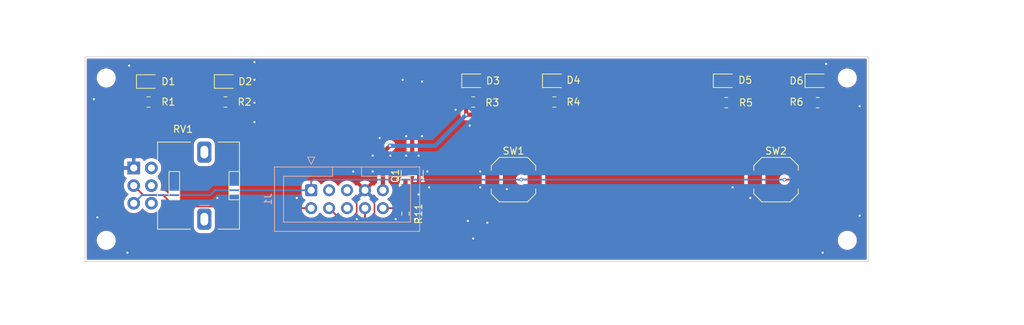
<source format=kicad_pcb>
(kicad_pcb (version 20221018) (generator pcbnew)

  (general
    (thickness 1.6)
  )

  (paper "A4")
  (layers
    (0 "F.Cu" signal)
    (31 "B.Cu" signal)
    (34 "B.Paste" user)
    (35 "F.Paste" user)
    (36 "B.SilkS" user "B.Silkscreen")
    (37 "F.SilkS" user "F.Silkscreen")
    (38 "B.Mask" user)
    (39 "F.Mask" user)
    (44 "Edge.Cuts" user)
    (45 "Margin" user)
    (46 "B.CrtYd" user "B.Courtyard")
    (47 "F.CrtYd" user "F.Courtyard")
    (48 "B.Fab" user)
    (49 "F.Fab" user)
  )

  (setup
    (stackup
      (layer "F.SilkS" (type "Top Silk Screen") (color "White"))
      (layer "F.Paste" (type "Top Solder Paste"))
      (layer "F.Mask" (type "Top Solder Mask") (color "Black") (thickness 0.01))
      (layer "F.Cu" (type "copper") (thickness 0.035))
      (layer "dielectric 1" (type "core") (thickness 1.51) (material "FR4") (epsilon_r 4.5) (loss_tangent 0.02))
      (layer "B.Cu" (type "copper") (thickness 0.035))
      (layer "B.Mask" (type "Bottom Solder Mask") (color "Black") (thickness 0.01))
      (layer "B.Paste" (type "Bottom Solder Paste"))
      (layer "B.SilkS" (type "Bottom Silk Screen") (color "White"))
      (copper_finish "None")
      (dielectric_constraints yes)
    )
    (pad_to_mask_clearance 0)
    (aux_axis_origin 78.5 131)
    (grid_origin 78.5 131)
    (pcbplotparams
      (layerselection 0x00010fc_ffffffff)
      (plot_on_all_layers_selection 0x0000000_00000000)
      (disableapertmacros false)
      (usegerberextensions false)
      (usegerberattributes true)
      (usegerberadvancedattributes true)
      (creategerberjobfile true)
      (dashed_line_dash_ratio 12.000000)
      (dashed_line_gap_ratio 3.000000)
      (svgprecision 4)
      (plotframeref false)
      (viasonmask false)
      (mode 1)
      (useauxorigin false)
      (hpglpennumber 1)
      (hpglpenspeed 20)
      (hpglpendiameter 15.000000)
      (dxfpolygonmode true)
      (dxfimperialunits true)
      (dxfusepcbnewfont true)
      (psnegative false)
      (psa4output false)
      (plotreference true)
      (plotvalue true)
      (plotinvisibletext false)
      (sketchpadsonfab false)
      (subtractmaskfromsilk false)
      (outputformat 1)
      (mirror false)
      (drillshape 1)
      (scaleselection 1)
      (outputdirectory "")
    )
  )

  (net 0 "")
  (net 1 "/LED_PWR")
  (net 2 "Net-(D1-A)")
  (net 3 "Net-(D2-A)")
  (net 4 "Net-(D3-A)")
  (net 5 "Net-(D4-A)")
  (net 6 "Net-(D5-A)")
  (net 7 "Net-(D6-A)")
  (net 8 "+3V3")
  (net 9 "/FLOOD")
  (net 10 "unconnected-(J1-Pin_3-Pad3)")
  (net 11 "/AIDS")
  (net 12 "unconnected-(J1-Pin_5-Pad5)")
  (net 13 "unconnected-(J1-Pin_6-Pad6)")
  (net 14 "GND")
  (net 15 "/DFDR")
  (net 16 "/PWM_1")
  (net 17 "VBUS")

  (footprint "MountingHole:MountingHole_2.2mm_M2" (layer "F.Cu") (at 198.5 119))

  (footprint "LED_SMD:LED_0805_2012Metric" (layer "F.Cu") (at 194.2 96.4))

  (footprint "Resistor_SMD:R_0805_2012Metric" (layer "F.Cu") (at 157 99.4))

  (footprint "MountingHole:MountingHole_2.2mm_M2" (layer "F.Cu") (at 93.5 119))

  (footprint "MountingHole:MountingHole_2.2mm_M2" (layer "F.Cu") (at 198.5 96))

  (footprint "Resistor_SMD:R_0603_1608Metric" (layer "F.Cu") (at 135.9 115.225 -90))

  (footprint "Resistor_SMD:R_0805_2012Metric" (layer "F.Cu") (at 181.3375 99.5))

  (footprint "Resistor_SMD:R_0805_2012Metric" (layer "F.Cu") (at 99.5 99.4))

  (footprint "LED_SMD:LED_0805_2012Metric" (layer "F.Cu") (at 181.2 96.4))

  (footprint "LED_SMD:LED_0805_2012Metric" (layer "F.Cu") (at 110.5 96.5))

  (footprint "NiasStuff:Potentiometer_Alps_RK09L_Double_Vertical" (layer "F.Cu") (at 97.4 108.75))

  (footprint "Resistor_SMD:R_0805_2012Metric" (layer "F.Cu") (at 145.4875 99.4))

  (footprint "LED_SMD:LED_0805_2012Metric" (layer "F.Cu") (at 99.4625 96.5))

  (footprint "LED_SMD:LED_0805_2012Metric" (layer "F.Cu") (at 145.5625 96.4))

  (footprint "MountingHole:MountingHole_2.2mm_M2" (layer "F.Cu") (at 93.5 96))

  (footprint "Button_Switch_SMD:SW_Push_1TS009xxxx-xxxx-xxxx_6x6x5mm" (layer "F.Cu") (at 188.4 110.4))

  (footprint "LED_SMD:LED_0805_2012Metric" (layer "F.Cu") (at 157 96.4))

  (footprint "Button_Switch_SMD:SW_Push_1TS009xxxx-xxxx-xxxx_6x6x5mm" (layer "F.Cu") (at 151.2 110.4))

  (footprint "Package_TO_SOT_SMD:SOT-23-3" (layer "F.Cu") (at 136.85 109.8625 90))

  (footprint "Resistor_SMD:R_0805_2012Metric" (layer "F.Cu") (at 110.4 99.4))

  (footprint "Resistor_SMD:R_0805_2012Metric" (layer "F.Cu") (at 194.3125 99.5))

  (footprint "Connector_IDC:IDC-Header_2x05_P2.54mm_Vertical" (layer "B.Cu") (at 122.54 111.9 -90))

  (gr_line (start 90.5 93) (end 90.5 122)
    (stroke (width 0.1) (type default)) (layer "Edge.Cuts") (tstamp 8c20599d-268f-4eef-b18c-16f8641977ed))
  (gr_line (start 201.5 122) (end 201.5 93)
    (stroke (width 0.1) (type default)) (layer "Edge.Cuts") (tstamp a0eb9a70-f409-4809-b363-9148eefd3e45))
  (gr_line (start 90.5 122) (end 201.5 122)
    (stroke (width 0.1) (type default)) (layer "Edge.Cuts") (tstamp d755d445-e1f6-4e7e-8d9d-bb12af1c37d9))
  (gr_line (start 201.5 93) (end 90.5 93)
    (stroke (width 0.1) (type default)) (layer "Edge.Cuts") (tstamp f3b1a2d9-2594-476f-9d17-53e20d150fd3))
  (gr_line (start 223.5 85) (end 78.5 85)
    (stroke (width 0.1) (type default)) (layer "F.Fab") (tstamp 18066a5d-9c4f-42fc-ba24-36e3b4839288))
  (gr_line (start 223.5 131) (end 223.5 85)
    (stroke (width 0.1) (type default)) (layer "F.Fab") (tstamp 1a1bd61f-ca4e-4a74-9d0b-877d992d7ee8))
  (gr_line (start 78.5 131) (end 223.5 131)
    (stroke (width 0.1) (type default)) (layer "F.Fab") (tstamp 5d171460-27f3-42af-b0f9-1db4c3a9e92d))
  (gr_line (start 78.5 85) (end 78.5 131)
    (stroke (width 0.1) (type default)) (layer "F.Fab") (tstamp c921d3df-0318-459f-95d8-7a0768e5aa9a))

  (segment (start 136.9 95) (end 144.7 95) (width 0.6) (layer "F.Cu") (net 1) (tstamp 061d1a57-0c3d-42ae-b754-b951fe234589))
  (segment (start 180.2625 95.0375) (end 180.3 95) (width 0.6) (layer "F.Cu") (net 1) (tstamp 18d25bbf-5993-4b57-aef1-aeeb6537806d))
  (segment (start 98.525 95.575) (end 98.525 96.5) (width 0.6) (layer "F.Cu") (net 1) (tstamp 203af71a-2fe2-4a59-aac0-1fb5542eff58))
  (segment (start 136.85 108.725) (end 136.85 95.05) (width 0.6) (layer "F.Cu") (net 1) (tstamp 3252f293-0a96-406e-9f0e-177d2fd82d72))
  (segment (start 155.9 95) (end 180.3 95) (width 0.6) (layer "F.Cu") (net 1) (tstamp 34ccc654-8e11-40fb-a118-ea7dd34c4678))
  (segment (start 109.5625 95.1875) (end 109.7 95.05) (width 0.6) (layer "F.Cu") (net 1) (tstamp 39d68179-fbe1-456e-923c-2b81b83d542a))
  (segment (start 156.0625 96.4) (end 156.0625 95.1625) (width 0.6) (layer "F.Cu") (net 1) (tstamp 4cf8f666-1d74-4b67-a70d-c8bb73f5c1c2))
  (segment (start 180.3 95) (end 192.9 95) (width 0.6) (layer "F.Cu") (net 1) (tstamp 4ee05f95-9d65-44a4-87be-d290c88f7495))
  (segment (start 99.05 95.05) (end 98.525 95.575) (width 0.6) (layer "F.Cu") (net 1) (tstamp 629c8eaf-991d-4d0f-829c-7be58d7a0e2b))
  (segment (start 109.7 95.05) (end 99.05 95.05) (width 0.6) (layer "F.Cu") (net 1) (tstamp 866e7df4-1a88-4d78-9443-653ad542bd9d))
  (segment (start 136.85 95.05) (end 109.7 95.05) (width 0.6) (layer "F.Cu") (net 1) (tstamp 9257f555-f17e-4754-be2f-14fb5a2bef02))
  (segment (start 144.625 96.4) (end 144.625 95.075) (width 0.6) (layer "F.Cu") (net 1) (tstamp b191d92d-c2be-4442-9946-813a6d3e2c68))
  (segment (start 136.85 95.05) (end 136.9 95) (width 0.6) (layer "F.Cu") (net 1) (tstamp cdcb84c2-728e-4b34-9f55-115047aa996b))
  (segment (start 156.0625 95.1625) (end 155.9 95) (width 0.6) (layer "F.Cu") (net 1) (tstamp d4c335fb-bedd-46c9-a34b-1e290a651fb0))
  (segment (start 180.2625 96.4) (end 180.2625 95.0375) (width 0.6) (layer "F.Cu") (net 1) (tstamp e48b4fb9-e33b-40ad-bfc0-76c25cde1d92))
  (segment (start 144.7 95) (end 155.9 95) (width 0.6) (layer "F.Cu") (net 1) (tstamp e5246a1a-97f2-4914-bb55-26cd7d48244d))
  (segment (start 144.625 95.075) (end 144.7 95) (width 0.6) (layer "F.Cu") (net 1) (tstamp ee30ff67-9e60-4d56-81c4-081ce67323e9))
  (segment (start 109.5625 96.5) (end 109.5625 95.1875) (width 0.6) (layer "F.Cu") (net 1) (tstamp f84f415a-353b-4e0f-a29f-1140a2a2de24))
  (segment (start 192.9 95) (end 193.2625 95.3625) (width 0.6) (layer "F.Cu") (net 1) (tstamp fa51a5cc-eecd-4ca4-968c-a2b302916e3d))
  (segment (start 193.2625 95.3625) (end 193.2625 96.4) (width 0.6) (layer "F.Cu") (net 1) (tstamp fdd470cb-95b8-4aed-890e-932fe4f4b222))
  (segment (start 100.4125 99.4) (end 100.4125 96.5125) (width 0.6) (layer "F.Cu") (net 2) (tstamp 53ee982c-74b5-42a4-8ac5-4000871a56b8))
  (segment (start 100.4125 96.5125) (end 100.4 96.5) (width 0.6) (layer "F.Cu") (net 2) (tstamp b73e4b31-04be-4072-a02c-7f5a3a70cb5b))
  (segment (start 111.3125 96.625) (end 111.4375 96.5) (width 0.6) (layer "F.Cu") (net 3) (tstamp aa7c1b21-d5cf-454b-8b1c-b7e16553556a))
  (segment (start 111.3125 99.4) (end 111.3125 96.625) (width 0.6) (layer "F.Cu") (net 3) (tstamp ad994d88-f195-4a90-be56-475078d021ec))
  (segment (start 146.5 99.3) (end 146.4 99.4) (width 0.6) (layer "F.Cu") (net 4) (tstamp 8a015d0a-bfbc-4456-ae49-182dc3c8d654))
  (segment (start 146.5 96.4) (end 146.5 99.3) (width 0.6) (layer "F.Cu") (net 4) (tstamp af23bc1b-bfd5-4970-934a-ffb2c7a199a8))
  (segment (start 157.9375 99.375) (end 157.9125 99.4) (width 0.6) (layer "F.Cu") (net 5) (tstamp ae9521ae-b678-44e4-8749-cda5e11d23f5))
  (segment (start 157.9375 96.4) (end 157.9375 99.375) (width 0.6) (layer "F.Cu") (net 5) (tstamp bf3522ca-905f-4011-b1c0-2148d457baa5))
  (segment (start 182.1375 99.3875) (end 182.25 99.5) (width 0.6) (layer "F.Cu") (net 6) (tstamp 6b3e9ef2-73e8-4199-9bfb-ce9e7a5585c5))
  (segment (start 182.1375 96.4) (end 182.1375 99.3875) (width 0.6) (layer "F.Cu") (net 6) (tstamp f21e7336-f4f6-4be5-940c-6aa7a981965b))
  (segment (start 195.1375 99.4125) (end 195.225 99.5) (width 0.6) (layer "F.Cu") (net 7) (tstamp 60f775ec-5f24-41cd-851d-df50f86cbe8f))
  (segment (start 195.1375 96.4) (end 195.1375 99.4125) (width 0.6) (layer "F.Cu") (net 7) (tstamp 696acc13-09fc-45b8-a6a5-cfc43c340280))
  (segment (start 152.3 110.4) (end 154.2 110.4) (width 0.25) (layer "F.Cu") (net 8) (tstamp b49d8dac-c8d2-4f43-82a6-6ef69927aadb))
  (segment (start 189.6 110.4) (end 191.4 110.4) (width 0.25) (layer "F.Cu") (net 8) (tstamp bf836470-96a2-4540-9471-8f4be561872b))
  (via (at 189.6 110.4) (size 0.5) (drill 0.3) (layers "F.Cu" "B.Cu") (net 8) (tstamp 56f6e43b-f667-4823-9937-039fb7f3bc21))
  (via (at 152.3 110.4) (size 0.5) (drill 0.3) (layers "F.Cu" "B.Cu") (net 8) (tstamp f25bc904-4807-4786-ba01-c8fdfd55c67c))
  (segment (start 122.8 110.4) (end 122.54 110.66) (width 0.25) (layer "B.Cu") (net 8) (tstamp 06930c9f-3f12-4f95-bf35-ed564e9ed76c))
  (segment (start 122.54 111.9) (end 108.92924 111.9) (width 0.25) (layer "B.Cu") (net 8) (tstamp 0a77066e-57fb-49bd-b56c-36a1046f3aa4))
  (segment (start 108.92924 111.9) (end 108.23124 112.598) (width 0.25) (layer "B.Cu") (net 8) (tstamp 1c7cd648-acd6-4637-aec9-dfa454d59e57))
  (segment (start 98.552 112.598) (end 97.4 113.75) (width 0.25) (layer "B.Cu") (net 8) (tstamp 4bbb06b8-2971-47bb-92f0-4043f67a92d7))
  (segment (start 122.54 110.66) (end 122.54 111.9) (width 0.25) (layer "B.Cu") (net 8) (tstamp 9e3475c2-ee06-4bee-8a88-05a9e5e88f3a))
  (segment (start 152.3 110.4) (end 189.6 110.4) (width 0.25) (layer "B.Cu") (net 8) (tstamp ae630507-40ef-4621-bc5c-18af5142aefc))
  (segment (start 108.23124 112.598) (end 98.552 112.598) (width 0.25) (layer "B.Cu") (net 8) (tstamp b5aff775-4210-4ded-abc2-0b20b32b6513))
  (segment (start 152.3 110.4) (end 122.8 110.4) (width 0.25) (layer "B.Cu") (net 8) (tstamp b9fe63b3-129b-4603-9513-60bc99a58528))
  (segment (start 98.748 112.598) (end 101.571222 112.598) (width 0.25) (layer "F.Cu") (net 9) (tstamp 0928e52e-0bc8-442e-9f04-3ed8576ceedf))
  (segment (start 118.44 114.44) (end 122.54 114.44) (width 0.25) (layer "F.Cu") (net 9) (tstamp 4168ac65-a65c-495d-a217-c137b423f949))
  (segment (start 101.571222 112.598) (end 103.173222 114.2) (width 0.25) (layer "F.Cu") (net 9) (tstamp 5d63acc1-7b14-489a-8a43-07d087e91112))
  (segment (start 118.2 114.2) (end 118.44 114.44) (width 0.25) (layer "F.Cu") (net 9) (tstamp 60cdc3e2-0d66-4792-9809-1084668a677f))
  (segment (start 97.4 111.25) (end 98.748 112.598) (width 0.25) (layer "F.Cu") (net 9) (tstamp e7c15fe4-9f55-4659-b187-0bbed49bd7dd))
  (segment (start 103.173222 114.2) (end 118.2 114.2) (width 0.25) (layer "F.Cu") (net 9) (tstamp eff3f3a9-eed8-42f6-badb-f26800338680))
  (segment (start 148.2 114.4) (end 145.4 117.2) (width 0.25) (layer "F.Cu") (net 11) (tstamp 0e319dfb-1f80-4134-a0ad-ce002c9b25e2))
  (segment (start 130.16 116.46) (end 130.16 114.44) (width 0.25) (layer "F.Cu") (net 11) (tstamp 4bf14c63-854b-4e6c-ab61-b2c598ada57b))
  (segment (start 130.9 117.2) (end 130.16 116.46) (width 0.25) (layer "F.Cu") (net 11) (tstamp 55821277-0bd8-4c19-8aa2-5922382db0a0))
  (segment (start 145.4 117.2) (end 130.9 117.2) (width 0.25) (layer "F.Cu") (net 11) (tstamp 8b3d3850-b896-4722-8c26-5d8b1daf40ff))
  (segment (start 148.2 110.4) (end 148.2 114.4) (width 0.25) (layer "F.Cu") (net 11) (tstamp db84d2c5-985e-4763-b66e-221b70f86780))
  (segment (start 129 113.06) (end 129 116) (width 0.2) (layer "F.Cu") (net 14) (tstamp 337ca004-bef3-4589-8885-44ac80bb5901))
  (segment (start 130.16 111.9) (end 129 113.06) (width 0.2) (layer "F.Cu") (net 14) (tstamp 487e99c7-14a2-472d-a94d-17d4b3f1418d))
  (segment (start 131.5 113.24) (end 131.5 115.5) (width 0.2) (layer "F.Cu") (net 14) (tstamp 60a5d30d-c0ca-4465-b63c-43698e737a8c))
  (segment (start 130.16 111.9) (end 131.5 113.24) (width 0.2) (layer "F.Cu") (net 14) (tstamp f0eeae80-5b67-4219-a68b-4ed5c213bafe))
  (via (at 114.5 102.25) (size 0.5) (drill 0.3) (layers "F.Cu" "B.Cu") (free) (net 14) (tstamp 057873be-9bd9-4c11-b762-369565e6bedd))
  (via (at 131.25 109.25) (size 0.5) (drill 0.3) (layers "F.Cu" "B.Cu") (free) (net 14) (tstamp 095a9de3-2592-44ef-8a76-c73cbbfd9f28))
  (via (at 139 109.25) (size 0.5) (drill 0.3) (layers "F.Cu" "B.Cu") (free) (net 14) (tstamp 0e71cf49-33db-4b7d-aa8a-a264f6caef6c))
  (via (at 143 100.5) (size 0.5) (drill 0.3) (layers "F.Cu" "B.Cu") (free) (net 14) (tstamp 10bd0bb4-99e7-4d79-94ce-e3cb56e62228))
  (via (at 96.75 94.25) (size 0.5) (drill 0.3) (layers "F.Cu" "B.Cu") (free) (net 14) (tstamp 1b558322-5140-4900-926a-cce641b94b1b))
  (via (at 133.75 107) (size 0.5) (drill 0.3) (layers "F.Cu" "B.Cu") (free) (net 14) (tstamp 1b93e646-1ee5-4918-bd4c-286ef781b85d))
  (via (at 136 104.25) (size 0.5) (drill 0.3) (layers "F.Cu" "B.Cu") (free) (net 14) (tstamp 2eaa9913-fbf7-4826-bcb6-1a00b739888f))
  (via (at 145.5 118.75) (size 0.5) (drill 0.3) (layers "F.Cu" "B.Cu") (free) (net 14) (tstamp 3086af59-78cb-4a5a-8e7f-8c28207c06d5))
  (via (at 138.25 96.5) (size 0.5) (drill 0.3) (layers "F.Cu" "B.Cu") (free) (net 14) (tstamp 340d8d96-3a2c-4790-971c-fd265e52177a))
  (via (at 182.25 111.5) (size 0.5) (drill 0.3) (layers "F.Cu" "B.Cu") (free) (net 14) (tstamp 3496c081-c0c8-44d4-a7c1-73d7d0a6c2fc))
  (via (at 91.75 99) (size 0.5) (drill 0.3) (layers "F.Cu" "B.Cu") (free) (net 14) (tstamp 3c3c57dc-6f81-4b2e-93fd-660b47d2ef99))
  (via (at 137.75 112.5) (size 0.5) (drill 0.3) (layers "F.Cu" "B.Cu") (free) (net 14) (tstamp 40a64b21-efe3-47b4-a467-2a195704b28d))
  (via (at 128.5 109.25) (size 0.5) (drill 0.3) (layers "F.Cu" "B.Cu") (free) (net 14) (tstamp 44e080af-d2e7-4064-804f-c5e6284a62d6))
  (via (at 132.25 104.5) (size 0.5) (drill 0.3) (layers "F.Cu" "B.Cu") (free) (net 14) (tstamp 45d86a79-4793-4ce9-a1f7-c6deceb6783c))
  (via (at 146.5 111.5) (size 0.5) (drill 0.3) (layers "F.Cu" "B.Cu") (free) (net 14) (tstamp 4864409e-81fc-4f96-b042-e75856c34ccb))
  (via (at 150.25 111.75) (size 0.5) (drill 0.3) (layers "F.Cu" "B.Cu") (free) (net 14) (tstamp 5d068744-cf87-4079-912b-0cab865f50b3))
  (via (at 136 107) (size 0.5) (drill 0.3) (layers "F.Cu" "B.Cu") (free) (net 14) (tstamp 62492948-2cce-4e31-a026-75071dd8dc83))
  (via (at 131.25 107) (size 0.5) (drill 0.3) (layers "F.Cu" "B.Cu") (free) (net 14) (tstamp 68db1a07-c182-41ac-aa28-ce9a5cda013c))
  (via (at 145 102.75) (size 0.5) (drill 0.3) (layers "F.Cu" "B.Cu") (free) (net 14) (tstamp 693a9845-b232-4de2-9cb0-05fe978e5bfa))
  (via (at 120.5 113) (size 0.5) (drill 0.3) (layers "F.Cu" "B.Cu") (free) (net 14) (tstamp 6ca85807-8eb2-42f3-80e3-42f6234fe19b))
  (via (at 114.5 93.75) (size 0.5) (drill 0.3) (layers "F.Cu" "B.Cu") (free) (net 14) (tstamp 83f46607-4485-46ed-be94-ccca6600ea82))
  (via (at 144.75 116.25) (size 0.5) (drill 0.3) (layers "F.Cu" "B.Cu") (free) (net 14) (tstamp 8f20437c-4dd4-47ad-973e-6e7a0905c013))
  (via (at 135.5 96.25) (size 0.5) (drill 0.3) (layers "F.Cu" "B.Cu") (free) (net 14) (tstamp 98adcf06-44f8-428d-8320-fc52069b3b57))
  (via (at 109.25 113) (size 0.5) (drill 0.3) (layers "F.Cu" "B.Cu") (free) (net 14) (tstamp 9c3a62a8-af71-46d2-9288-daf63e7ee447))
  (via (at 114.5 96.25) (size 0.5) (drill 0.3) (layers "F.Cu" "B.Cu") (free) (net 14) (tstamp b16f0194-c05d-4d10-a4ea-9322c646786c))
  (via (at 200.25 100) (size 0.5) (drill 0.3) (layers "F.Cu" "B.Cu") (free) (net 14) (tstamp b274993d-fc6f-49bf-9864-981ab5089dff))
  (via (at 195 120.75) (size 0.5) (drill 0.3) (layers "F.Cu" "B.Cu") (free) (net 14) (tstamp bdabd9a2-13a8-461b-9ef3-cc96115008e8))
  (via (at 96.5 120.75) (size 0.5) (drill 0.3) (layers "F.Cu" "B.Cu") (free) (net 14) (tstamp c73715a2-e531-4b0d-b1d7-6c00b67ec4b0))
  (via (at 147.5 116.5) (size 0.5) (drill 0.3) (layers "F.Cu" "B.Cu") (free) (net 14) (tstamp ce72027a-99c5-47a4-939c-1ad852d4d0dc))
  (via (at 137.75 107) (size 0.5) (drill 0.3) (layers "F.Cu" "B.Cu") (free) (net 14) (tstamp d7c348a2-f763-42eb-b938-5c3867cb13f3))
  (via (at 137.25 116) (size 0.5) (drill 0.3) (layers "F.Cu" "B.Cu") (free) (net 14) (tstamp d8c4bc23-17b9-4cd7-8ac2-d7784af418b6))
  (via (at 92.25 115.75) (size 0.5) (drill 0.3) (layers "F.Cu" "B.Cu") (free) (net 14) (tstamp dc7e8339-22b4-442d-9874-fa1e24f5b028))
  (via (at 129 116) (size 0.5) (drill 0.3) (layers "F.Cu" "B.Cu") (net 14) (tstamp dcf43c83-4b77-4b9c-af33-8d91bd72be58))
  (via (at 134.5 116) (size 0.5) (drill 0.3) (layers "F.Cu" "B.Cu") (free) (net 14) (tstamp e36d2cd0-923a-40be-92e2-409de561f187))
  (via (at 139.25 111.5) (size 0.5) (drill 0.3) (layers "F.Cu" "B.Cu") (free) (net 14) (tstamp e6d8289d-01f2-42b3-9f6e-394737426df9))
  (via (at 195.5 94) (size 0.5) (drill 0.3) (layers "F.Cu" "B.Cu") (free) (net 14) (tstamp e701bf59-6a06-41b4-bd7a-4ed08cf7cab7))
  (via (at 200.25 115.5) (size 0.5) (drill 0.3) (layers "F.Cu" "B.Cu") (free) (net 14) (tstamp ee1be954-5501-4870-a2e2-a634e316f895))
  (via (at 184.75 113) (size 0.5) (drill 0.3) (layers "F.Cu" "B.Cu") (free) (net 14) (tstamp f34b8a40-029e-40fd-a0e4-e8cc84348111))
  (via (at 138.25 104.25) (size 0.5) (drill 0.3) (layers "F.Cu" "B.Cu") (free) (net 14) (tstamp fae6f495-5ddc-4bfc-9a10-5852f655dc2d))
  (via (at 146.5 109.25) (size 0.5) (drill 0.3) (layers "F.Cu" "B.Cu") (free) (net 14) (tstamp fb5b8b6f-0a1c-4fa5-88e7-b52f1f7b71c2))
  (via (at 114.5 99.5) (size 0.5) (drill 0.3) (layers "F.Cu" "B.Cu") (free) (net 14) (tstamp ff714d58-7cd8-4337-bcf4-62a256102137))
  (segment (start 128.34 117.7) (end 125.08 114.44) (width 0.25) (layer "F.Cu") (net 15) (tstamp 1d769b7a-1ba1-4e70-b286-7aa5d0ec34c8))
  (segment (start 185.4 110.4) (end 178.1 117.7) (width 0.25) (layer "F.Cu") (net 15) (tstamp 30031104-57b4-489a-90f9-70a95a8edf0a))
  (segment (start 178.1 117.7) (end 128.34 117.7) (width 0.25) (layer "F.Cu") (net 15) (tstamp a7b25b47-307a-4c3b-9521-53128810f4a3))
  (segment (start 135.86 114.44) (end 135.9 114.4) (width 0.25) (layer "F.Cu") (net 16) (tstamp 2039e185-fe28-46ad-81e6-7d5fa9be507a))
  (segment (start 135.9 114.4) (end 135.9 111) (width 0.25) (layer "F.Cu") (net 16) (tstamp 2699f4bc-7b28-4b3c-92c4-530707007f2c))
  (segment (start 132.7 114.44) (end 135.86 114.44) (width 0.25) (layer "F.Cu") (net 16) (tstamp 3a710909-295d-4298-89b1-c52d29e0bd86))
  (segment (start 180.425 101.075) (end 180.425 99.5) (width 0.6) (layer "F.Cu") (net 17) (tstamp 0a93ad4a-5049-48c6-b2d9-f99e2c16acf7))
  (segment (start 98.5875 100.2875) (end 99.3 101) (width 0.6) (layer "F.Cu") (net 17) (tstamp 1b2dd9c5-21a1-44b8-ae5c-d9577b484665))
  (segment (start 144.5 99.475) (end 144.575 99.4) (width 0.6) (layer "F.Cu") (net 17) (tstamp 1cbc3173-39ee-4ec0-a17e-e38be96c2ad3))
  (segment (start 180.3 101.2) (end 180.425 101.075) (width 0.6) (layer "F.Cu") (net 17) (tstamp 2aa57860-baa9-4046-ae76-63480de1a6bf))
  (segment (start 109.4875 99.4) (end 109.4875 100.7875) (width 0.6) (layer "F.Cu") (net 17) (tstamp 2cfa1199-3b7f-4f9b-acff-aa934dc3e4ea))
  (segment (start 109.4875 100.7875) (end 109.7 101) (width 0.6) (layer "F.Cu") (net 17) (tstamp 56e3310e-bdb0-4de8-8aad-a267bd26f8af))
  (segment (start 127.1 101) (end 132.7 106.6) (width 0.6) (layer "F.Cu") (net 17) (tstamp 68a5bba1-136d-48a4-8b15-9e23e1f9a5ec))
  (segment (start 193.1 101.2) (end 193.4 100.9) (width 0.6) (layer "F.Cu") (net 17) (tstamp 71e56b8f-93e2-4408-a58f-eb006dc488ee))
  (segment (start 193.4 100.9) (end 193.4 99.5) (width 0.6) (layer "F.Cu") (net 17) (tstamp 7f9b77da-3eb0-4a5c-ac4d-1672e45dab8c))
  (segment (start 156.0875 101.1875) (end 156.1 101.2) (width 0.6) (layer "F.Cu") (net 17) (tstamp 8939bd07-4bae-421c-9f34-2cf6ea959bac))
  (segment (start 144.5 101.2) (end 156.1 101.2) (width 0.6) (layer "F.Cu") (net 17) (tstamp 90857337-af5d-42f4-9486-2385ed24cdf0))
  (segment (start 144.5 101.2) (end 144.5 99.475) (width 0.6) (layer "F.Cu") (net 17) (tstamp a0b6ab00-71ac-436a-98bf-0a5b59b59ccc))
  (segment (start 156.0875 99.4) (end 156.0875 101.1875) (width 0.6) (layer "F.Cu") (net 17) (tstamp a6c11fb5-836f-4286-b741-d0c94b4f2056))
  (segment (start 132.7 106.6) (end 132.7 111.9) (width 0.6) (layer "F.Cu") (net 17) (tstamp ac379698-5bc5-4910-9f51-3d46914b9315))
  (segment (start 99.3 101) (end 109.7 101) (width 0.6) (layer "F.Cu") (net 17) (tstamp ba1864f2-dba5-40d6-bdcb-e7a62a967cef))
  (segment (start 180.3 101.2) (end 193.1 101.2) (width 0.6) (layer "F.Cu") (net 17) (tstamp be6c0f33-3181-4493-b3fa-b5e856f56bf8))
  (segment (start 156.1 101.2) (end 180.3 101.2) (width 0.6) (layer "F.Cu") (net 17) (tstamp c8c9adfc-8042-43da-8245-65adab674d6a))
  (segment (start 109.7 101) (end 127.1 101) (width 0.6) (layer "F.Cu") (net 17) (tstamp da72ef68-d448-4492-a74d-c88fb06a74b9))
  (segment (start 132.7 106.6) (end 133.7 105.6) (width 0.6) (layer "F.Cu") (net 17) (tstamp ec7e25b8-88e0-4ead-a797-061881b371a8))
  (segment (start 98.5875 99.4) (end 98.5875 100.2875) (width 0.6) (layer "F.Cu") (net 17) (tstamp f5ad62f5-3419-4624-a118-a320ed66e6d4))
  (via (at 144.5 101.2) (size 0.5) (drill 0.3) (layers "F.Cu" "B.Cu") (net 17) (tstamp 81af2f2b-d106-4928-a1a7-1e6ba6921141))
  (via (at 133.7 105.6) (size 0.5) (drill 0.3) (layers "F.Cu" "B.Cu") (net 17) (tstamp 9743e7ae-1280-4a69-ab50-86748e9ef72a))
  (segment (start 140.1 105.6) (end 144.5 101.2) (width 0.6) (layer "B.Cu") (net 17) (tstamp 71c8565c-7f31-41be-adbb-e8fcab7feffb))
  (segment (start 133.7 105.6) (end 140.1 105.6) (width 0.6) (layer "B.Cu") (net 17) (tstamp aab95e33-63c6-4b4c-8566-f82fd841aaa4))

  (zone (net 14) (net_name "GND") (layers "F&B.Cu") (tstamp 892129cd-7586-4157-863d-94e645944b5e) (hatch edge 0.5)
    (connect_pads (clearance 0.5))
    (min_thickness 0.25) (filled_areas_thickness no)
    (fill yes (thermal_gap 0.5) (thermal_bridge_width 0.5))
    (polygon
      (pts
        (xy 90.5 122)
        (xy 201.5 122)
        (xy 201.5 93)
        (xy 90.5 93)
      )
    )
    (filled_polygon
      (layer "F.Cu")
      (pts
        (xy 128.974855 115.106546)
        (xy 128.991575 115.125842)
        (xy 129.10938 115.294086)
        (xy 129.121505 115.311401)
        (xy 129.288599 115.478495)
        (xy 129.481624 115.613653)
        (xy 129.525248 115.668228)
        (xy 129.5345 115.715226)
        (xy 129.5345 116.377255)
        (xy 129.532775 116.392872)
        (xy 129.533061 116.392899)
        (xy 129.532326 116.400665)
        (xy 129.534439 116.467872)
        (xy 129.5345 116.471767)
        (xy 129.5345 116.499357)
        (xy 129.535003 116.503335)
        (xy 129.535918 116.514967)
        (xy 129.53729 116.558624)
        (xy 129.537291 116.558627)
        (xy 129.54288 116.577867)
        (xy 129.546824 116.596911)
        (xy 129.549336 116.616792)
        (xy 129.565414 116.657403)
        (xy 129.569197 116.668452)
        (xy 129.581381 116.710388)
        (xy 129.59158 116.727634)
        (xy 129.600138 116.745103)
        (xy 129.607514 116.763732)
        (xy 129.633181 116.79906)
        (xy 129.639593 116.808821)
        (xy 129.661828 116.846417)
        (xy 129.661833 116.846424)
        (xy 129.67599 116.86058)
        (xy 129.688635 116.875386)
        (xy 129.69026 116.877623)
        (xy 129.713734 116.943431)
        (xy 129.697904 117.011484)
        (xy 129.647794 117.060174)
        (xy 129.589936 117.0745)
        (xy 128.650453 117.0745)
        (xy 128.583414 117.054815)
        (xy 128.562772 117.038181)
        (xy 127.531931 116.00734)
        (xy 127.498446 115.946017)
        (xy 127.50343 115.876325)
        (xy 127.545302 115.820392)
        (xy 127.610766 115.795975)
        (xy 127.619612 115.795659)
        (xy 127.620001 115.795659)
        (xy 127.659234 115.792226)
        (xy 127.855408 115.775063)
        (xy 128.083663 115.713903)
        (xy 128.29783 115.614035)
        (xy 128.491401 115.478495)
        (xy 128.658495 115.311401)
        (xy 128.772891 115.148026)
        (xy 128.788425 115.125842)
        (xy 128.843002 115.082217)
        (xy 128.9125 115.075023)
      )
    )
    (filled_polygon
      (layer "F.Cu")
      (pts
        (xy 135.992539 95.870185)
        (xy 136.038294 95.922989)
        (xy 136.0495 95.9745)
        (xy 136.0495 109.303201)
        (xy 136.052401 109.340067)
        (xy 136.052402 109.340073)
        (xy 136.098254 109.497893)
        (xy 136.098255 109.497896)
        (xy 136.18589 109.64608)
        (xy 136.184071 109.647155)
        (xy 136.205619 109.702032)
        (xy 136.191941 109.77055)
        (xy 136.143391 109.820796)
        (xy 136.082105 109.837)
        (xy 135.684298 109.837)
        (xy 135.647432 109.839901)
        (xy 135.647426 109.839902)
        (xy 135.489606 109.885754)
        (xy 135.489603 109.885755)
        (xy 135.348137 109.969417)
        (xy 135.348129 109.969423)
        (xy 135.231923 110.085629)
        (xy 135.231917 110.085637)
        (xy 135.148255 110.227103)
        (xy 135.148254 110.227106)
        (xy 135.102402 110.384926)
        (xy 135.102401 110.384932)
        (xy 135.0995 110.421798)
        (xy 135.0995 111.578201)
        (xy 135.102401 111.615067)
        (xy 135.102402 111.615073)
        (xy 135.148254 111.772893)
        (xy 135.148255 111.772896)
        (xy 135.2253 111.903174)
        (xy 135.231919 111.914365)
        (xy 135.238179 111.920625)
        (xy 135.271665 111.981945)
        (xy 135.2745 112.008308)
        (xy 135.2745 113.523397)
        (xy 135.254815 113.590436)
        (xy 135.214652 113.629513)
        (xy 135.189813 113.644529)
        (xy 135.189811 113.64453)
        (xy 135.069531 113.76481)
        (xy 135.067843 113.766966)
        (xy 135.066204 113.768137)
        (xy 135.064224 113.770118)
        (xy 135.063894 113.769788)
        (xy 135.011007 113.807603)
        (xy 134.970227 113.8145)
        (xy 133.975227 113.8145)
        (xy 133.908188 113.794815)
        (xy 133.873652 113.761623)
        (xy 133.738494 113.568597)
        (xy 133.571402 113.401506)
        (xy 133.571396 113.401501)
        (xy 133.385842 113.271575)
        (xy 133.342217 113.216998)
        (xy 133.335023 113.1475)
        (xy 133.366546 113.085145)
        (xy 133.385842 113.068425)
        (xy 133.528325 112.968657)
        (xy 133.571401 112.938495)
        (xy 133.738495 112.771401)
        (xy 133.874035 112.57783)
        (xy 133.973903 112.363663)
        (xy 134.035063 112.135408)
        (xy 134.055659 111.9)
        (xy 134.035063 111.664592)
        (xy 133.973903 111.436337)
        (xy 133.874035 111.222171)
        (xy 133.868731 111.214595)
        (xy 133.738494 111.028597)
        (xy 133.571404 110.861508)
        (xy 133.571402 110.861506)
        (xy 133.571401 110.861505)
        (xy 133.553374 110.848882)
        (xy 133.509751 110.794306)
        (xy 133.5005 110.747309)
        (xy 133.5005 106.98294)
        (xy 133.520185 106.915901)
        (xy 133.536819 106.895259)
        (xy 134.297827 106.134251)
        (xy 134.382092 106.028586)
        (xy 134.46036 105.866061)
        (xy 134.5005 105.690194)
        (xy 134.5005 105.509805)
        (xy 134.500499 105.509803)
        (xy 134.500499 105.509798)
        (xy 134.460362 105.333947)
        (xy 134.460361 105.333945)
        (xy 134.46036 105.333939)
        (xy 134.454892 105.322584)
        (xy 134.382094 105.171416)
        (xy 134.346637 105.126954)
        (xy 134.269621 105.030379)
        (xy 134.128587 104.917908)
        (xy 134.128586 104.917907)
        (xy 134.128583 104.917905)
        (xy 133.966067 104.839642)
        (xy 133.966052 104.839637)
        (xy 133.790201 104.7995)
        (xy 133.790195 104.7995)
        (xy 133.609806 104.7995)
        (xy 133.609799 104.7995)
        (xy 133.433938 104.839639)
        (xy 133.271417 104.917905)
        (xy 133.165749 105.002172)
        (xy 132.787681 105.380241)
        (xy 132.726358 105.413726)
        (xy 132.656666 105.408742)
        (xy 132.612319 105.380241)
        (xy 127.602262 100.370184)
        (xy 127.602259 100.370182)
        (xy 127.569849 100.349817)
        (xy 127.55851 100.341771)
        (xy 127.528589 100.31791)
        (xy 127.494093 100.301296)
        (xy 127.481927 100.294572)
        (xy 127.449524 100.274212)
        (xy 127.449525 100.274212)
        (xy 127.442652 100.271807)
        (xy 127.413393 100.261568)
        (xy 127.400554 100.25625)
        (xy 127.366061 100.239639)
        (xy 127.328735 100.231119)
        (xy 127.31538 100.227271)
        (xy 127.27926 100.214633)
        (xy 127.279256 100.214632)
        (xy 127.279255 100.214632)
        (xy 127.261139 100.21259)
        (xy 127.241217 100.210345)
        (xy 127.227518 100.208017)
        (xy 127.1902 100.199501)
        (xy 127.190196 100.1995)
        (xy 127.190194 100.1995)
        (xy 127.190191 100.1995)
        (xy 112.421538 100.1995)
        (xy 112.354499 100.179815)
        (xy 112.308744 100.127011)
        (xy 112.2988 100.057853)
        (xy 112.303832 100.036496)
        (xy 112.314999 100.002797)
        (xy 112.3255 99.900009)
        (xy 112.325499 98.899992)
        (xy 112.314999 98.797203)
        (xy 112.259814 98.630666)
        (xy 112.167712 98.481344)
        (xy 112.149319 98.462951)
        (xy 112.115834 98.401628)
        (xy 112.113 98.37527)
        (xy 112.113 97.628391)
        (xy 112.132685 97.561352)
        (xy 112.149319 97.54071)
        (xy 112.208804 97.481225)
        (xy 112.269026 97.421003)
        (xy 112.360362 97.272925)
        (xy 112.415087 97.107775)
        (xy 112.4255 97.005848)
        (xy 112.4255 95.994152)
        (xy 112.42478 95.987102)
        (xy 112.437549 95.918409)
        (xy 112.48543 95.867525)
        (xy 112.548138 95.8505)
        (xy 135.9255 95.8505)
      )
    )
    (filled_polygon
      (layer "F.Cu")
      (pts
        (xy 129.700507 112.109844)
        (xy 129.778239 112.230798)
        (xy 129.8869 112.324952)
        (xy 130.017685 112.38468)
        (xy 130.027466 112.386086)
        (xy 129.398625 113.014925)
        (xy 129.474594 113.068119)
        (xy 129.518219 113.122696)
        (xy 129.525413 113.192194)
        (xy 129.49389 113.254549)
        (xy 129.474595 113.271269)
        (xy 129.288594 113.401508)
        (xy 129.121505 113.568597)
        (xy 128.991575 113.754158)
        (xy 128.936998 113.797783)
        (xy 128.8675 113.804977)
        (xy 128.805145 113.773454)
        (xy 128.788425 113.754158)
        (xy 128.658494 113.568597)
        (xy 128.491402 113.401506)
        (xy 128.491396 113.401501)
        (xy 128.305842 113.271575)
        (xy 128.262217 113.216998)
        (xy 128.255023 113.1475)
        (xy 128.286546 113.085145)
        (xy 128.305842 113.068425)
        (xy 128.448325 112.968657)
        (xy 128.491401 112.938495)
        (xy 128.658495 112.771401)
        (xy 128.788732 112.585403)
        (xy 128.843307 112.54178)
        (xy 128.912805 112.534586)
        (xy 128.97516 112.566109)
        (xy 128.99188 112.585405)
        (xy 129.045073 112.661373)
        (xy 129.676923 112.029523)
      )
    )
    (filled_polygon
      (layer "F.Cu")
      (pts
        (xy 131.274925 112.661373)
        (xy 131.328119 112.585405)
        (xy 131.382696 112.541781)
        (xy 131.452195 112.534588)
        (xy 131.514549 112.56611)
        (xy 131.531269 112.585405)
        (xy 131.661505 112.771401)
        (xy 131.661506 112.771402)
        (xy 131.828597 112.938493)
        (xy 131.828603 112.938498)
        (xy 132.014158 113.068425)
        (xy 132.057783 113.123002)
        (xy 132.064977 113.1925)
        (xy 132.033454 113.254855)
        (xy 132.014158 113.271575)
        (xy 131.828597 113.401505)
        (xy 131.661505 113.568597)
        (xy 131.531575 113.754158)
        (xy 131.476998 113.797783)
        (xy 131.4075 113.804977)
        (xy 131.345145 113.773454)
        (xy 131.328425 113.754158)
        (xy 131.198494 113.568597)
        (xy 131.031402 113.401506)
        (xy 131.031401 113.401505)
        (xy 130.845405 113.271269)
        (xy 130.801781 113.216692)
        (xy 130.794588 113.147193)
        (xy 130.82611 113.084839)
        (xy 130.845405 113.068119)
        (xy 130.921373 113.014925)
        (xy 130.292533 112.386086)
        (xy 130.302315 112.38468)
        (xy 130.4331 112.324952)
        (xy 130.541761 112.230798)
        (xy 130.619493 112.109844)
        (xy 130.643076 112.029524)
      )
    )
    (filled_polygon
      (layer "F.Cu")
      (pts
        (xy 201.188539 93.274185)
        (xy 201.234294 93.326989)
        (xy 201.2455 93.3785)
        (xy 201.2455 121.6215)
        (xy 201.225815 121.688539)
        (xy 201.173011 121.734294)
        (xy 201.1215 121.7455)
        (xy 90.8785 121.7455)
        (xy 90.811461 121.725815)
        (xy 90.765706 121.673011)
        (xy 90.7545 121.6215)
        (xy 90.7545 118.942306)
        (xy 92.141828 118.942306)
        (xy 92.151613 119.172662)
        (xy 92.151614 119.17267)
        (xy 92.20019 119.398062)
        (xy 92.20019 119.398063)
        (xy 92.286157 119.612002)
        (xy 92.407048 119.808342)
        (xy 92.55938 119.981425)
        (xy 92.559384 119.981429)
        (xy 92.738765 120.126269)
        (xy 92.738766 120.12627)
        (xy 92.738769 120.126271)
        (xy 92.738772 120.126274)
        (xy 92.940063 120.238721)
        (xy 93.157462 120.315533)
        (xy 93.284272 120.337277)
        (xy 93.384706 120.354499)
        (xy 93.384715 120.3545)
        (xy 93.557534 120.3545)
        (xy 93.557535 120.3545)
        (xy 93.557536 120.354499)
        (xy 93.557553 120.354499)
        (xy 93.729734 120.339844)
        (xy 93.729737 120.339843)
        (xy 93.729739 120.339843)
        (xy 93.952869 120.281745)
        (xy 94.081229 120.223722)
        (xy 94.162965 120.186776)
        (xy 94.162967 120.186775)
        (xy 94.162967 120.186774)
        (xy 94.162971 120.186773)
        (xy 94.354 120.057659)
        (xy 94.520462 119.898119)
        (xy 94.657566 119.712742)
        (xy 94.76137 119.50686)
        (xy 94.828886 119.286397)
        (xy 94.858172 119.057694)
        (xy 94.85327 118.942306)
        (xy 197.141828 118.942306)
        (xy 197.151613 119.172662)
        (xy 197.151614 119.17267)
        (xy 197.20019 119.398062)
        (xy 197.20019 119.398063)
        (xy 197.286157 119.612002)
        (xy 197.407048 119.808342)
        (xy 197.55938 119.981425)
        (xy 197.559384 119.981429)
        (xy 197.738765 120.126269)
        (xy 197.738766 120.12627)
        (xy 197.738769 120.126271)
        (xy 197.738772 120.126274)
        (xy 197.940063 120.238721)
        (xy 198.157462 120.315533)
        (xy 198.284272 120.337277)
        (xy 198.384706 120.354499)
        (xy 198.384715 120.3545)
        (xy 198.557534 120.3545)
        (xy 198.557535 120.3545)
        (xy 198.557536 120.354499)
        (xy 198.557553 120.354499)
        (xy 198.729734 120.339844)
        (xy 198.729737 120.339843)
        (xy 198.729739 120.339843)
        (xy 198.952869 120.281745)
        (xy 199.081229 120.223722)
        (xy 199.162965 120.186776)
        (xy 199.162967 120.186775)
        (xy 199.162967 120.186774)
        (xy 199.162971 120.186773)
        (xy 199.354 120.057659)
        (xy 199.520462 119.898119)
        (xy 199.657566 119.712742)
        (xy 199.76137 119.50686)
        (xy 199.828886 119.286397)
        (xy 199.858172 119.057694)
        (xy 199.848386 118.827332)
        (xy 199.79981 118.601938)
        (xy 199.713841 118.387994)
        (xy 199.592951 118.191657)
        (xy 199.44062 118.018575)
        (xy 199.440619 118.018574)
        (xy 199.440615 118.01857)
        (xy 199.261234 117.87373)
        (xy 199.261233 117.873729)
        (xy 199.059938 117.761279)
        (xy 198.842541 117.684468)
        (xy 198.84254 117.684467)
        (xy 198.842538 117.684467)
        (xy 198.842534 117.684466)
        (xy 198.842533 117.684466)
        (xy 198.615293 117.6455)
        (xy 198.615285 117.6455)
        (xy 198.442465 117.6455)
        (xy 198.442446 117.6455)
        (xy 198.270265 117.660155)
        (xy 198.047131 117.718254)
        (xy 197.837034 117.813223)
        (xy 197.837032 117.813224)
        (xy 197.693757 117.910062)
        (xy 197.658476 117.933909)
        (xy 197.645999 117.942342)
        (xy 197.47954 118.101878)
        (xy 197.342434 118.287257)
        (xy 197.23863 118.493138)
        (xy 197.171113 118.713606)
        (xy 197.141828 118.942306)
        (xy 94.85327 118.942306)
        (xy 94.848386 118.827332)
        (xy 94.79981 118.601938)
        (xy 94.713841 118.387994)
        (xy 94.592951 118.191657)
        (xy 94.44062 118.018575)
        (xy 94.440619 118.018574)
        (xy 94.440615 118.01857)
        (xy 94.261234 117.87373)
        (xy 94.261233 117.873729)
        (xy 94.059938 117.761279)
        (xy 93.842541 117.684468)
        (xy 93.84254 117.684467)
        (xy 93.842538 117.684467)
        (xy 93.842534 117.684466)
        (xy 93.842533 117.684466)
        (xy 93.615293 117.6455)
        (xy 93.615285 117.6455)
        (xy 93.442465 117.6455)
        (xy 93.442446 117.6455)
        (xy 93.270265 117.660155)
        (xy 93.047131 117.718254)
        (xy 92.837034 117.813223)
        (xy 92.837032 117.813224)
        (xy 92.693757 117.910062)
        (xy 92.658476 117.933909)
        (xy 92.645999 117.942342)
        (xy 92.47954 118.101878)
        (xy 92.342434 118.287257)
        (xy 92.23863 118.493138)
        (xy 92.171113 118.713606)
        (xy 92.141828 118.942306)
        (xy 90.7545 118.942306)
        (xy 90.7545 113.750006)
        (xy 95.9947 113.750006)
        (xy 96.013864 113.981297)
        (xy 96.013866 113.981308)
        (xy 96.070842 114.2063)
        (xy 96.164075 114.418848)
        (xy 96.291016 114.613147)
        (xy 96.291019 114.613151)
        (xy 96.291021 114.613153)
        (xy 96.448216 114.783913)
        (xy 96.448219 114.783915)
        (xy 96.448222 114.783918)
        (xy 96.631365 114.926464)
        (xy 96.631371 114.926468)
        (xy 96.631374 114.92647)
        (xy 96.776771 115.005155)
        (xy 96.815647 115.026194)
        (xy 96.835497 115.036936)
        (xy 96.918698 115.065499)
        (xy 97.055015 115.112297)
        (xy 97.055017 115.112297)
        (xy 97.055019 115.112298)
        (xy 97.283951 115.1505)
        (xy 97.283952 115.1505)
        (xy 97.516048 115.1505)
        (xy 97.516049 115.1505)
        (xy 97.744981 115.112298)
        (xy 97.964503 115.036936)
        (xy 98.168626 114.92647)
        (xy 98.17673 114.920163)
        (xy 98.273061 114.845185)
        (xy 98.351784 114.783913)
        (xy 98.508979 114.613153)
        (xy 98.509274 114.612702)
        (xy 98.546191 114.556196)
        (xy 98.599337 114.510839)
        (xy 98.668569 114.501415)
        (xy 98.731904 114.530917)
        (xy 98.753809 114.556196)
        (xy 98.791016 114.613147)
        (xy 98.791019 114.613151)
        (xy 98.791021 114.613153)
        (xy 98.948216 114.783913)
        (xy 98.948219 114.783915)
        (xy 98.948222 114.783918)
        (xy 99.131365 114.926464)
        (xy 99.131371 114.926468)
        (xy 99.131374 114.92647)
        (xy 99.276771 115.005155)
        (xy 99.315647 115.026194)
        (xy 99.335497 115.036936)
        (xy 99.418698 115.065499)
        (xy 99.555015 115.112297)
        (xy 99.555017 115.112297)
        (xy 99.555019 115.112298)
        (xy 99.783951 115.1505)
        (xy 99.783952 115.1505)
        (xy 100.016048 115.1505)
        (xy 100.016049 115.1505)
        (xy 100.244981 115.112298)
        (xy 100.464503 115.036936)
        (xy 100.668626 114.92647)
        (xy 100.67673 114.920163)
        (xy 100.773061 114.845185)
        (xy 100.851784 114.783913)
        (xy 101.008979 114.613153)
        (xy 101.015456 114.60324)
        (xy 101.046191 114.556196)
        (xy 101.135924 114.418849)
        (xy 101.229157 114.2063)
        (xy 101.286134 113.981305)
        (xy 101.286135 113.981297)
        (xy 101.3053 113.750006)
        (xy 101.3053 113.749993)
        (xy 101.286135 113.518708)
        (xy 101.286134 113.518695)
        (xy 101.28613 113.518681)
        (xy 101.285511 113.514967)
        (xy 101.293889 113.445601)
        (xy 101.338439 113.391777)
        (xy 101.405016 113.370582)
        (xy 101.472483 113.388746)
        (xy 101.4955 113.406869)
        (xy 102.672419 114.583788)
        (xy 102.682244 114.596051)
        (xy 102.682465 114.595869)
        (xy 102.687433 114.601874)
        (xy 102.687435 114.601876)
        (xy 102.687436 114.601877)
        (xy 102.736444 114.647899)
        (xy 102.739243 114.650612)
        (xy 102.758744 114.670114)
        (xy 102.758748 114.670117)
        (xy 102.758751 114.67012)
        (xy 102.761924 114.672581)
        (xy 102.770796 114.680159)
        (xy 102.80264 114.710062)
        (xy 102.820198 114.719714)
        (xy 102.836457 114.730395)
        (xy 102.852286 114.742673)
        (xy 102.892377 114.760021)
        (xy 102.902848 114.765151)
        (xy 102.912727 114.770582)
        (xy 102.941124 114.786194)
        (xy 102.941126 114.786195)
        (xy 102.94113 114.786197)
        (xy 102.960538 114.79118)
        (xy 102.978941 114.797481)
        (xy 102.997323 114.805436)
        (xy 102.997324 114.805436)
        (xy 102.997326 114.805437)
        (xy 103.040472 114.81227)
        (xy 103.051894 114.814636)
        (xy 103.094203 114.8255)
        (xy 103.114238 114.8255)
        (xy 103.133636 114.827026)
        (xy 103.153416 114.830159)
        (xy 103.153417 114.83016)
        (xy 103.153417 114.830159)
        (xy 103.153418 114.83016)
        (xy 103.196897 114.82605)
        (xy 103.208566 114.8255)
        (xy 105.7755 114.8255)
        (xy 105.842539 114.845185)
        (xy 105.888294 114.897989)
        (xy 105.8995 114.9495)
        (xy 105.8995 117.058028)
        (xy 105.899501 117.058034)
        (xy 105.910113 117.177415)
        (xy 105.966089 117.373045)
        (xy 105.96609 117.373048)
        (xy 105.966091 117.373049)
        (xy 106.060302 117.553407)
        (xy 106.060304 117.553409)
        (xy 106.18889 117.711109)
        (xy 106.282803 117.787684)
        (xy 106.346593 117.839698)
        (xy 106.526951 117.933909)
        (xy 106.722582 117.989886)
        (xy 106.841963 118.0005)
        (xy 107.958036 118.000499)
        (xy 108.077418 117.989886)
        (xy 108.273049 117.933909)
        (xy 108.453407 117.839698)
        (xy 108.611109 117.711109)
        (xy 108.739698 117.553407)
        (xy 108.833909 117.373049)
        (xy 108.889886 117.177418)
        (xy 108.9005 117.058037)
        (xy 108.900499 114.949499)
        (xy 108.920184 114.882461)
        (xy 108.972987 114.836706)
        (xy 109.024499 114.8255)
        (xy 117.887679 114.8255)
        (xy 117.954718 114.845185)
        (xy 117.972563 114.859108)
        (xy 118.003223 114.8879)
        (xy 118.006022 114.890613)
        (xy 118.025522 114.910114)
        (xy 118.025526 114.910117)
        (xy 118.025529 114.91012)
        (xy 118.028702 114.912581)
        (xy 118.037574 114.920159)
        (xy 118.069418 114.950062)
        (xy 118.086976 114.959714)
        (xy 118.103235 114.970395)
        (xy 118.119064 114.982673)
        (xy 118.159155 115.000021)
        (xy 118.169626 115.005151)
        (xy 118.19218 115.01755)
        (xy 118.207902 115.026194)
        (xy 118.207904 115.026195)
        (xy 118.207908 115.026197)
        (xy 118.227316 115.03118)
        (xy 118.245719 115.037481)
        (xy 118.264101 115.045436)
        (xy 118.264102 115.045436)
        (xy 118.264104 115.045437)
        (xy 118.30725 115.05227)
        (xy 118.318672 115.054636)
        (xy 118.360981 115.0655)
        (xy 118.381016 115.0655)
        (xy 118.400414 115.067026)
        (xy 118.420194 115.070159)
        (xy 118.420195 115.07016)
        (xy 118.420195 115.070159)
        (xy 118.420196 115.07016)
        (xy 118.463675 115.06605)
        (xy 118.475344 115.0655)
        (xy 121.264773 115.0655)
        (xy 121.331812 115.085185)
        (xy 121.366348 115.118377)
        (xy 121.48938 115.294086)
        (xy 121.501505 115.311401)
        (xy 121.668599 115.478495)
        (xy 121.765384 115.546265)
        (xy 121.862165 115.614032)
        (xy 121.862167 115.614033)
        (xy 121.86217 115.614035)
        (xy 122.076337 115.713903)
        (xy 122.076343 115.713904)
        (xy 122.076344 115.713905)
        (xy 122.109903 115.722897)
        (xy 122.304592 115.775063)
        (xy 122.492918 115.791539)
        (xy 122.539999 115.795659)
        (xy 122.54 115.795659)
        (xy 122.540001 115.795659)
        (xy 122.579234 115.792226)
        (xy 122.775408 115.775063)
        (xy 123.003663 115.713903)
        (xy 123.21783 115.614035)
        (xy 123.411401 115.478495)
        (xy 123.578495 115.311401)
        (xy 123.692891 115.148026)
        (xy 123.708425 115.125842)
        (xy 123.763002 115.082217)
        (xy 123.8325 115.075023)
        (xy 123.894855 115.106546)
        (xy 123.911575 115.125842)
        (xy 124.02938 115.294086)
        (xy 124.041505 115.311401)
        (xy 124.208599 115.478495)
        (xy 124.305384 115.546265)
        (xy 124.402165 115.614032)
        (xy 124.402167 115.614033)
        (xy 124.40217 115.614035)
        (xy 124.616337 115.713903)
        (xy 124.616343 115.713904)
        (xy 124.616344 115.713905)
        (xy 124.649903 115.722897)
        (xy 124.844592 115.775063)
        (xy 125.032918 115.791539)
        (xy 125.079999 115.795659)
        (xy 125.08 115.795659)
        (xy 125.080001 115.795659)
        (xy 125.119234 115.792226)
        (xy 125.315408 115.775063)
        (xy 125.415873 115.748143)
        (xy 125.485722 115.749806)
        (xy 125.535646 115.780236)
        (xy 126.688262 116.932853)
        (xy 127.839197 118.083788)
        (xy 127.849022 118.096051)
        (xy 127.849243 118.095869)
        (xy 127.854211 118.101874)
        (xy 127.903222 118.147899)
        (xy 127.906021 118.150612)
        (xy 127.925522 118.170114)
        (xy 127.925526 118.170117)
        (xy 127.925529 118.17012)
        (xy 127.928702 118.172581)
        (xy 127.937574 118.180159)
        (xy 127.969418 118.210062)
        (xy 127.986976 118.219714)
        (xy 128.003235 118.230395)
        (xy 128.019064 118.242673)
        (xy 128.059155 118.260021)
        (xy 128.069626 118.265151)
        (xy 128.09218 118.27755)
        (xy 128.107902 118.286194)
        (xy 128.107904 118.286195)
        (xy 128.107908 118.286197)
        (xy 128.127316 118.29118)
        (xy 128.145719 118.297481)
        (xy 128.164101 118.305436)
        (xy 128.164102 118.305436)
        (xy 128.164104 118.305437)
        (xy 128.20725 118.31227)
        (xy 128.218672 118.314636)
        (xy 128.260981 118.3255)
        (xy 128.281016 118.3255)
        (xy 128.300414 118.327026)
        (xy 128.320194 118.330159)
        (xy 128.320195 118.33016)
        (xy 128.320195 118.330159)
        (xy 128.320196 118.33016)
        (xy 128.363675 118.32605)
        (xy 128.375344 118.3255)
        (xy 178.017257 118.3255)
        (xy 178.032877 118.327224)
        (xy 178.032904 118.326939)
        (xy 178.04066 118.327671)
        (xy 178.040667 118.327673)
        (xy 178.107873 118.325561)
        (xy 178.111768 118.3255)
        (xy 178.139346 118.3255)
        (xy 178.13935 118.3255)
        (xy 178.143324 118.324997)
        (xy 178.154963 118.32408)
        (xy 178.198627 118.322709)
        (xy 178.217869 118.317117)
        (xy 178.236912 118.313174)
        (xy 178.256792 118.310664)
        (xy 178.297401 118.294585)
        (xy 178.308444 118.290803)
        (xy 178.35039 118.278618)
        (xy 178.367629 118.268422)
        (xy 178.385103 118.259862)
        (xy 178.403727 118.252488)
        (xy 178.403727 118.252487)
        (xy 178.403732 118.252486)
        (xy 178.439083 118.2268)
        (xy 178.448814 118.220408)
        (xy 178.48642 118.19817)
        (xy 178.500589 118.183999)
        (xy 178.515379 118.171368)
        (xy 178.531587 118.159594)
        (xy 178.559438 118.125926)
        (xy 178.567279 118.117309)
        (xy 184.747932 111.936657)
        (xy 184.809253 111.903174)
        (xy 184.839213 111.900623)
        (xy 184.839213 111.9005)
        (xy 184.840667 111.900499)
        (xy 184.841114 111.900462)
        (xy 184.841935 111.900497)
        (xy 184.841963 111.9005)
        (xy 185.958036 111.900499)
        (xy 186.077418 111.889886)
        (xy 186.273049 111.833909)
        (xy 186.453407 111.739698)
        (xy 186.611109 111.611109)
        (xy 186.739698 111.453407)
        (xy 186.833909 111.273049)
        (xy 186.889886 111.077418)
        (xy 186.9005 110.958037)
        (xy 186.9005 110.400002)
        (xy 188.844751 110.400002)
        (xy 188.863685 110.568056)
        (xy 188.919545 110.727694)
        (xy 188.919547 110.727697)
        (xy 189.009518 110.870884)
        (xy 189.009523 110.87089)
        (xy 189.129109 110.990476)
        (xy 189.129115 110.990481)
        (xy 189.272302 111.080452)
        (xy 189.272305 111.080454)
        (xy 189.272309 111.080455)
        (xy 189.27231 111.080456)
        (xy 189.320622 111.097361)
        (xy 189.431943 111.136314)
        (xy 189.599997 111.155249)
        (xy 189.6 111.155249)
        (xy 189.600003 111.155249)
        (xy 189.768052 111.136314)
        (xy 189.768052 111.136313)
        (xy 189.768059 111.136313)
        (xy 189.788481 111.129166)
        (xy 189.858255 111.125604)
        (xy 189.918883 111.160331)
        (xy 189.94865 111.212096)
        (xy 189.961847 111.258219)
        (xy 189.966091 111.273049)
        (xy 190.060302 111.453407)
        (xy 190.060304 111.453409)
        (xy 190.18889 111.611109)
        (xy 190.282803 111.687684)
        (xy 190.346593 111.739698)
        (xy 190.526951 111.833909)
        (xy 190.722582 111.889886)
        (xy 190.841963 111.9005)
        (xy 191.958036 111.900499)
        (xy 192.077418 111.889886)
        (xy 192.273049 111.833909)
        (xy 192.453407 111.739698)
        (xy 192.611109 111.611109)
        (xy 192.739698 111.453407)
        (xy 192.833909 111.273049)
        (xy 192.889886 111.077418)
        (xy 192.9005 110.958037)
        (xy 192.900499 109.841964)
        (xy 192.889886 109.722582)
        (xy 192.845012 109.565756)
        (xy 192.83391 109.526954)
        (xy 192.833909 109.526953)
        (xy 192.833909 109.526951)
        (xy 192.739698 109.346593)
        (xy 192.648445 109.23468)
        (xy 192.611109 109.18889)
        (xy 192.453409 109.060304)
        (xy 192.45341 109.060304)
        (xy 192.453407 109.060302)
        (xy 192.273049 108.966091)
        (xy 192.273048 108.96609)
        (xy 192.273045 108.966089)
        (xy 192.155829 108.93255)
        (xy 192.077418 108.910114)
        (xy 192.077415 108.910113)
        (xy 192.077413 108.910113)
        (xy 192.011102 108.904217)
        (xy 191.958037 108.8995)
        (xy 191.958032 108.8995)
        (xy 190.841971 108.8995)
        (xy 190.841965 108.8995)
        (xy 190.841964 108.899501)
        (xy 190.830316 108.900536)
        (xy 190.722584 108.910113)
        (xy 190.526954 108.966089)
        (xy 190.483488 108.988794)
        (xy 190.346593 109.060302)
        (xy 190.346591 109.060303)
        (xy 190.34659 109.060304)
        (xy 190.18889 109.18889)
        (xy 190.060304 109.34659)
        (xy 189.966088 109.526956)
        (xy 189.948649 109.587904)
        (xy 189.911282 109.646941)
        (xy 189.847928 109.676404)
        (xy 189.788481 109.670833)
        (xy 189.768059 109.663687)
        (xy 189.768058 109.663686)
        (xy 189.768053 109.663685)
        (xy 189.600003 109.644751)
        (xy 189.599997 109.644751)
        (xy 189.431943 109.663685)
        (xy 189.272305 109.719545)
        (xy 189.272302 109.719547)
        (xy 189.129115 109.809518)
        (xy 189.129109 109.809523)
        (xy 189.009523 109.929109)
        (xy 189.009518 109.929115)
        (xy 188.919547 110.072302)
        (xy 188.919545 110.072305)
        (xy 188.863685 110.231943)
        (xy 188.844751 110.399997)
        (xy 188.844751 110.400002)
        (xy 186.9005 110.400002)
        (xy 186.900499 109.841964)
        (xy 186.889886 109.722582)
        (xy 186.845012 109.565756)
        (xy 186.83391 109.526954)
        (xy 186.833909 109.526953)
        (xy 186.833909 109.526951)
        (xy 186.739698 109.346593)
        (xy 186.648445 109.23468)
        (xy 186.611109 109.18889)
        (xy 186.453409 109.060304)
        (xy 186.45341 109.060304)
        (xy 186.453407 109.060302)
        (xy 186.273049 108.966091)
        (xy 186.273048 108.96609)
        (xy 186.273045 108.966089)
        (xy 186.155829 108.93255)
        (xy 186.077418 108.910114)
        (xy 186.077415 108.910113)
        (xy 186.077413 108.910113)
        (xy 186.011102 108.904217)
        (xy 185.958037 108.8995)
        (xy 185.958032 108.8995)
        (xy 184.841971 108.8995)
        (xy 184.841965 108.8995)
        (xy 184.841964 108.899501)
        (xy 184.830316 108.900536)
        (xy 184.722584 108.910113)
        (xy 184.526954 108.966089)
        (xy 184.483488 108.988794)
        (xy 184.346593 109.060302)
        (xy 184.346591 109.060303)
        (xy 184.34659 109.060304)
        (xy 184.18889 109.18889)
        (xy 184.060304 109.34659)
        (xy 183.966089 109.526954)
        (xy 183.926966 109.663686)
        (xy 183.910983 109.719547)
        (xy 183.910114 109.722583)
        (xy 183.910113 109.722586)
        (xy 183.90702 109.757379)
        (xy 183.899657 109.840203)
        (xy 183.8995 109.841966)
        (xy 183.8995 110.958055)
        (xy 183.899539 110.958916)
        (xy 183.8995 110.95907)
        (xy 183.899501 110.960785)
        (xy 183.899079 110.960785)
        (xy 183.882831 111.026759)
        (xy 183.863341 111.052067)
        (xy 177.877228 117.038181)
        (xy 177.815905 117.071666)
        (xy 177.789547 117.0745)
        (xy 146.709452 117.0745)
        (xy 146.642413 117.054815)
        (xy 146.596658 117.002011)
        (xy 146.586714 116.932853)
        (xy 146.615739 116.869297)
        (xy 146.621771 116.862819)
        (xy 147.538573 115.946017)
        (xy 148.583788 114.900801)
        (xy 148.596042 114.890986)
        (xy 148.595859 114.890764)
        (xy 148.601868 114.885791)
        (xy 148.601877 114.885786)
        (xy 148.647966 114.836706)
        (xy 148.650566 114.834023)
        (xy 148.67012 114.814471)
        (xy 148.672576 114.811303)
        (xy 148.680156 114.802427)
        (xy 148.710062 114.770582)
        (xy 148.719715 114.75302)
        (xy 148.730389 114.73677)
        (xy 148.742673 114.720936)
        (xy 148.760019 114.68085)
        (xy 148.765157 114.670362)
        (xy 148.765294 114.670114)
        (xy 148.786197 114.632092)
        (xy 148.791177 114.612691)
        (xy 148.797478 114.594288)
        (xy 148.805438 114.575896)
        (xy 148.812272 114.532741)
        (xy 148.814635 114.521331)
        (xy 148.8255 114.479019)
        (xy 148.8255 114.458983)
        (xy 148.827027 114.439582)
        (xy 148.83016 114.419804)
        (xy 148.82605 114.376324)
        (xy 148.8255 114.364655)
        (xy 148.8255 111.998236)
        (xy 148.845185 111.931197)
        (xy 148.897989 111.885442)
        (xy 148.915375 111.879025)
        (xy 149.073049 111.833909)
        (xy 149.253407 111.739698)
        (xy 149.411109 111.611109)
        (xy 149.539698 111.453407)
        (xy 149.633909 111.273049)
        (xy 149.689886 111.077418)
        (xy 149.7005 110.958037)
        (xy 149.7005 110.400002)
        (xy 151.544751 110.400002)
        (xy 151.563685 110.568056)
        (xy 151.619545 110.727694)
        (xy 151.619547 110.727697)
        (xy 151.709518 110.870884)
        (xy 151.709523 110.87089)
        (xy 151.829109 110.990476)
        (xy 151.829115 110.990481)
        (xy 151.972302 111.080452)
        (xy 151.972305 111.080454)
        (xy 151.972309 111.080455)
        (xy 151.97231 111.080456)
        (xy 152.020622 111.097361)
        (xy 152.131943 111.136314)
        (xy 152.299997 111.155249)
        (xy 152.3 111.155249)
        (xy 152.300003 111.155249)
        (xy 152.468059 111.136313)
        (xy 152.46806 111.136313)
        (xy 152.579378 111.097361)
        (xy 152.649156 111.093798)
        (xy 152.709784 111.128527)
        (xy 152.739549 111.18029)
        (xy 152.761848 111.25822)
        (xy 152.766091 111.273049)
        (xy 152.860302 111.453407)
        (xy 152.860304 111.453409)
        (xy 152.98889 111.611109)
        (xy 153.082803 111.687684)
        (xy 153.146593 111.739698)
        (xy 153.326951 111.833909)
        (xy 153.522582 111.889886)
        (xy 153.641963 111.9005)
        (xy 154.758036 111.900499)
        (xy 154.877418 111.889886)
        (xy 155.073049 111.833909)
        (xy 155.253407 111.739698)
        (xy 155.411109 111.611109)
        (xy 155.539698 111.453407)
        (xy 155.633909 111.273049)
        (xy 155.689886 111.077418)
        (xy 155.7005 110.958037)
        (xy 155.700499 109.841964)
        (xy 155.689886 109.722582)
        (xy 155.645012 109.565756)
        (xy 155.63391 109.526954)
        (xy 155.633909 109.526953)
        (xy 155.633909 109.526951)
        (xy 155.539698 109.346593)
        (xy 155.448445 109.23468)
        (xy 155.411109 109.18889)
        (xy 155.253409 109.060304)
        (xy 155.25341 109.060304)
        (xy 155.253407 109.060302)
        (xy 155.073049 108.966091)
        (xy 155.073048 108.96609)
        (xy 155.073045 108.966089)
        (xy 154.955829 108.93255)
        (xy 154.877418 108.910114)
        (xy 154.877415 108.910113)
        (xy 154.877413 108.910113)
        (xy 154.811102 108.904217)
        (xy 154.758037 108.8995)
        (xy 154.758032 108.8995)
        (xy 153.641971 108.8995)
        (xy 153.641965 108.8995)
        (xy 153.641964 108.899501)
        (xy 153.630316 108.900536)
        (xy 153.522584 108.910113)
        (xy 153.326954 108.966089)
        (xy 153.283488 108.988794)
        (xy 153.146593 109.060302)
        (xy 153.146591 109.060303)
        (xy 153.14659 109.060304)
        (xy 152.98889 109.18889)
        (xy 152.860304 109.34659)
        (xy 152.766088 109.526956)
        (xy 152.739548 109.61971)
        (xy 152.702181 109.678747)
        (xy 152.638827 109.70821)
        (xy 152.579379 109.702639)
        (xy 152.468057 109.663686)
        (xy 152.300003 109.644751)
        (xy 152.299997 109.644751)
        (xy 152.131943 109.663685)
        (xy 151.972305 109.719545)
        (xy 151.972302 109.719547)
        (xy 151.829115 109.809518)
        (xy 151.829109 109.809523)
        (xy 151.709523 109.929109)
        (xy 151.709518 109.929115)
        (xy 151.619547 110.072302)
        (xy 151.619545 110.072305)
        (xy 151.563685 110.231943)
        (xy 151.544751 110.399997)
        (xy 151.544751 110.400002)
        (xy 149.7005 110.400002)
        (xy 149.700499 109.841964)
        (xy 149.689886 109.722582)
        (xy 149.645012 109.565756)
        (xy 149.63391 109.526954)
        (xy 149.633909 109.526953)
        (xy 149.633909 109.526951)
        (xy 149.539698 109.346593)
        (xy 149.448445 109.23468)
        (xy 149.411109 109.18889)
        (xy 149.253409 109.060304)
        (xy 149.25341 109.060304)
        (xy 149.253407 109.060302)
        (xy 149.073049 108.966091)
        (xy 149.073048 108.96609)
        (xy 149.073045 108.966089)
        (xy 148.955829 108.93255)
        (xy 148.877418 108.910114)
        (xy 148.877415 108.910113)
        (xy 148.877413 108.910113)
        (xy 148.811102 108.904217)
        (xy 148.758037 108.8995)
        (xy 148.758032 108.8995)
        (xy 147.641971 108.8995)
        (xy 147.641965 108.8995)
        (xy 147.641964 108.899501)
        (xy 147.630316 108.900536)
        (xy 147.522584 108.910113)
        (xy 147.326954 108.966089)
        (xy 147.283488 108.988794)
        (xy 147.146593 109.060302)
        (xy 147.146591 109.060303)
        (xy 147.14659 109.060304)
        (xy 146.98889 109.18889)
        (xy 146.860304 109.34659)
        (xy 146.766089 109.526954)
        (xy 146.726966 109.663686)
        (xy 146.710983 109.719547)
        (xy 146.710114 109.722583)
        (xy 146.710113 109.722586)
        (xy 146.70702 109.757379)
        (xy 146.699657 109.840203)
        (xy 146.6995 109.841966)
        (xy 146.6995 110.958028)
        (xy 146.6995 110.958033)
        (xy 146.699501 110.958036)
        (xy 146.701513 110.980663)
        (xy 146.710113 111.077415)
        (xy 146.766089 111.273045)
        (xy 146.76609 111.273046)
        (xy 146.766091 111.273049)
        (xy 146.860302 111.453407)
        (xy 146.860304 111.453409)
        (xy 146.98889 111.611109)
        (xy 147.082803 111.687684)
        (xy 147.146593 111.739698)
        (xy 147.326951 111.833909)
        (xy 147.484614 111.879022)
        (xy 147.543649 111.916387)
        (xy 147.573113 111.97974)
        (xy 147.5745 111.998236)
        (xy 147.5745 114.089547)
        (xy 147.554815 114.156586)
        (xy 147.538181 114.177228)
        (xy 145.177228 116.538181)
        (xy 145.115905 116.571666)
        (xy 145.089547 116.5745)
        (xy 136.975601 116.5745)
        (xy 136.908562 116.554815)
        (xy 136.862807 116.502011)
        (xy 136.852863 116.432853)
        (xy 136.857215 116.413611)
        (xy 136.86859 116.377103)
        (xy 136.875 116.306572)
        (xy 136.875 116.3)
        (xy 134.925001 116.3)
        (xy 134.925001 116.306582)
        (xy 134.931408 116.377102)
        (xy 134.931408 116.377104)
        (xy 134.942784 116.413608)
        (xy 134.943936 116.483468)
        (xy 134.907136 116.542861)
        (xy 134.844068 116.57293)
        (xy 134.824399 116.5745)
        (xy 131.210452 116.5745)
        (xy 131.143413 116.554815)
        (xy 131.122771 116.538181)
        (xy 130.821819 116.237228)
        (xy 130.788334 116.175905)
        (xy 130.7855 116.149547)
        (xy 130.7855 115.715226)
        (xy 130.805185 115.648187)
        (xy 130.838374 115.613654)
        (xy 131.031401 115.478495)
        (xy 131.198495 115.311401)
        (xy 131.312891 115.148026)
        (xy 131.328425 115.125842)
        (xy 131.383002 115.082217)
        (xy 131.4525 115.075023)
        (xy 131.514855 115.106546)
        (xy 131.531575 115.125842)
        (xy 131.64938 115.294086)
        (xy 131.661505 115.311401)
        (xy 131.828599 115.478495)
        (xy 131.925384 115.546265)
        (xy 132.022165 115.614032)
        (xy 132.022167 115.614033)
        (xy 132.02217 115.614035)
        (xy 132.236337 115.713903)
        (xy 132.236343 115.713904)
        (xy 132.236344 115.713905)
        (xy 132.269903 115.722897)
        (xy 132.464592 115.775063)
        (xy 132.652918 115.791539)
        (xy 132.699999 115.795659)
        (xy 132.7 115.795659)
        (xy 132.700001 115.795659)
        (xy 132.739234 115.792226)
        (xy 132.935408 115.775063)
        (xy 133.163663 115.713903)
        (xy 133.37783 115.614035)
        (xy 133.571401 115.478495)
        (xy 133.738495 115.311401)
        (xy 133.873652 115.118377)
        (xy 133.928229 115.074752)
        (xy 133.975227 115.0655)
        (xy 135.048481 115.0655)
        (xy 135.11552 115.085185)
        (xy 135.136162 115.101819)
        (xy 135.172015 115.137672)
        (xy 135.2055 115.198995)
        (xy 135.200516 115.268687)
        (xy 135.172016 115.313034)
        (xy 135.069926 115.415124)
        (xy 134.98198 115.560604)
        (xy 134.931409 115.722893)
        (xy 134.925 115.793427)
        (xy 134.925 115.8)
        (xy 136.874999 115.8)
        (xy 136.874999 115.793417)
        (xy 136.868591 115.722897)
        (xy 136.86859 115.722892)
        (xy 136.818018 115.560603)
        (xy 136.730072 115.415122)
        (xy 136.627984 115.313034)
        (xy 136.594499 115.251711)
        (xy 136.599483 115.182019)
        (xy 136.627983 115.137673)
        (xy 136.730472 115.035185)
        (xy 136.818478 114.889606)
        (xy 136.869086 114.727196)
        (xy 136.8755 114.656616)
        (xy 136.8755 114.143384)
        (xy 136.869086 114.072804)
        (xy 136.818478 113.910394)
        (xy 136.730472 113.764815)
        (xy 136.73047 113.764813)
        (xy 136.730469 113.764811)
        (xy 136.610188 113.64453)
        (xy 136.610186 113.644529)
        (xy 136.610185 113.644528)
        (xy 136.585348 113.629513)
        (xy 136.538162 113.577984)
        (xy 136.5255 113.523397)
        (xy 136.5255 112.008308)
        (xy 136.545185 111.941269)
        (xy 136.561817 111.920628)
        (xy 136.568081 111.914365)
        (xy 136.651744 111.772898)
        (xy 136.697598 111.615069)
        (xy 136.7005 111.578194)
        (xy 136.7005 111.25)
        (xy 137 111.25)
        (xy 137 111.578149)
        (xy 137.002899 111.614989)
        (xy 137.0029 111.614995)
        (xy 137.048716 111.772693)
        (xy 137.048717 111.772696)
        (xy 137.132314 111.914052)
        (xy 137.132321 111.914061)
        (xy 137.248438 112.030178)
        (xy 137.248447 112.030185)
        (xy 137.389801 112.113781)
        (xy 137.547514 112.1596)
        (xy 137.547511 112.1596)
        (xy 137.549998 112.159795)
        (xy 137.55 112.159795)
        (xy 137.55 111.25)
        (xy 138.05 111.25)
        (xy 138.05 112.159795)
        (xy 138.050001 112.159795)
        (xy 138.052486 112.1596)
        (xy 138.210198 112.113781)
        (xy 138.351552 112.030185)
        (xy 138.351561 112.030178)
        (xy 138.467678 111.914061)
        (xy 138.467685 111.914052)
        (xy 138.551282 111.772696)
        (xy 138.551283 111.772693)
        (xy 138.597099 111.614995)
        (xy 138.5971 111.614989)
        (xy 138.599999 111.578149)
        (xy 138.6 111.578134)
        (xy 138.6 111.25)
        (xy 138.05 111.25)
        (xy 137.55 111.25)
        (xy 137 111.25)
        (xy 136.7005 111.25)
        (xy 136.7005 110.421806)
        (xy 136.697598 110.384931)
        (xy 136.676777 110.313267)
        (xy 136.651745 110.227106)
        (xy 136.651744 110.227103)
        (xy 136.651744 110.227102)
        (xy 136.568081 110.085635)
        (xy 136.56411 110.07892)
        (xy 136.565928 110.077844)
        (xy 136.544381 110.022968)
        (xy 136.558059 109.95445)
        (xy 136.606609 109.904204)
        (xy 136.667895 109.888)
        (xy 137.032742 109.888)
        (xy 137.099781 109.907685)
        (xy 137.145536 109.960489)
        (xy 137.15548 110.029647)
        (xy 137.134814 110.078357)
        (xy 137.136288 110.079229)
        (xy 137.048717 110.227303)
        (xy 137.048716 110.227306)
        (xy 137.0029 110.385004)
        (xy 137.002899 110.38501)
        (xy 137 110.42185)
        (xy 137 110.75)
        (xy 137.55 110.75)
        (xy 137.55 109.840203)
        (xy 138.05 109.840203)
        (xy 138.05 110.75)
        (xy 138.6 110.75)
        (xy 138.6 110.421865)
        (xy 138.599999 110.42185)
        (xy 138.5971 110.38501)
        (xy 138.597099 110.385004)
        (xy 138.551283 110.227306)
        (xy 138.551282 110.227303)
        (xy 138.467685 110.085947)
        (xy 138.467678 110.085938)
        (xy 138.351561 109.969821)
        (xy 138.351552 109.969814)
        (xy 138.210196 109.886217)
        (xy 138.210193 109.886216)
        (xy 138.052494 109.8404)
        (xy 138.052497 109.8404)
        (xy 138.05 109.840203)
        (xy 137.55 109.840203)
        (xy 137.55 109.840202)
        (xy 137.523765 109.815961)
        (xy 137.487887 109.756007)
        (xy 137.490118 109.686173)
        (xy 137.514533 109.646488)
        (xy 137.513298 109.645531)
        (xy 137.518075 109.63937)
        (xy 137.518081 109.639365)
        (xy 137.601744 109.497898)
        (xy 137.645703 109.346593)
        (xy 137.647597 109.340073)
        (xy 137.647598 109.340067)
        (xy 137.650499 109.303201)
        (xy 137.6505 109.303194)
        (xy 137.6505 108.146806)
        (xy 137.6505 95.9245)
        (xy 137.670185 95.857461)
        (xy 137.722989 95.811706)
        (xy 137.7745 95.8005)
        (xy 143.513 95.8005)
        (xy 143.580039 95.820185)
        (xy 143.625794 95.872989)
        (xy 143.637 95.9245)
        (xy 143.637 96.905855)
        (xy 143.647413 97.007776)
        (xy 143.702137 97.172922)
        (xy 143.702142 97.172933)
        (xy 143.793471 97.320999)
        (xy 143.793474 97.321003)
        (xy 143.916496 97.444025)
        (xy 143.9165 97.444028)
        (xy 144.064566 97.535357)
        (xy 144.064569 97.535358)
        (xy 144.064575 97.535362)
        (xy 144.229725 97.590087)
        (xy 144.331652 97.6005)
        (xy 144.331657 97.6005)
        (xy 144.918343 97.6005)
        (xy 144.918348 97.6005)
        (xy 145.020275 97.590087)
        (xy 145.185425 97.535362)
        (xy 145.333503 97.444026)
        (xy 145.456526 97.321003)
        (xy 145.456958 97.320301)
        (xy 145.457381 97.319921)
        (xy 145.461007 97.315336)
        (xy 145.46179 97.315955)
        (xy 145.508902 97.273575)
        (xy 145.577864 97.262349)
        (xy 145.641948 97.290188)
        (xy 145.663839 97.315451)
        (xy 145.66399 97.315332)
        (xy 145.666647 97.318691)
        (xy 145.66804 97.320299)
        (xy 145.668474 97.321003)
        (xy 145.668478 97.321007)
        (xy 145.672763 97.326426)
        (xy 145.698906 97.391221)
        (xy 145.6995 97.403341)
        (xy 145.6995 98.27527)
        (xy 145.679815 98.342309)
        (xy 145.663181 98.362951)
        (xy 145.575181 98.450951)
        (xy 145.513858 98.484436)
        (xy 145.444166 98.479452)
        (xy 145.399819 98.450951)
        (xy 145.306157 98.357289)
        (xy 145.306156 98.357288)
        (xy 145.156834 98.265186)
        (xy 144.990297 98.210001)
        (xy 144.990295 98.21)
        (xy 144.88751 98.1995)
        (xy 144.262498 98.1995)
        (xy 144.26248 98.199501)
        (xy 144.159703 98.21)
        (xy 144.1597 98.210001)
        (xy 143.993168 98.265185)
        (xy 143.993163 98.265187)
        (xy 143.843842 98.357289)
        (xy 143.719789 98.481342)
        (xy 143.627687 98.630663)
        (xy 143.627685 98.630668)
        (xy 143.599849 98.71467)
        (xy 143.572501 98.797203)
        (xy 143.572501 98.797204)
        (xy 143.5725 98.797204)
        (xy 143.562 98.899983)
        (xy 143.562 99.900001)
        (xy 143.562001 99.900019)
        (xy 143.5725 100.002796)
        (xy 143.572501 100.002799)
        (xy 143.626702 100.166365)
        (xy 143.627686 100.169334)
        (xy 143.681039 100.255833)
        (xy 143.6995 100.320929)
        (xy 143.6995 101.148085)
        (xy 143.69872 101.161969)
        (xy 143.694435 101.199998)
        (xy 143.694435 101.200003)
        (xy 143.699109 101.241488)
        (xy 143.699131 101.241677)
        (xy 143.699132 101.241686)
        (xy 143.699131 101.241686)
        (xy 143.71463 101.379249)
        (xy 143.714631 101.379254)
        (xy 143.774211 101.549523)
        (xy 143.842514 101.658225)
        (xy 143.870184 101.702262)
        (xy 143.997738 101.829816)
        (xy 144.030144 101.850178)
        (xy 144.11807 101.905426)
        (xy 144.150478 101.925789)
        (xy 144.249279 101.960361)
        (xy 144.320745 101.985368)
        (xy 144.32075 101.985369)
        (xy 144.499996 102.005565)
        (xy 144.5 102.005565)
        (xy 144.500002 102.005565)
        (xy 144.538031 102.00128)
        (xy 144.551915 102.0005)
        (xy 193.190194 102.0005)
        (xy 193.227517 101.991981)
        (xy 193.241211 101.989654)
        (xy 193.279255 101.985368)
        (xy 193.315392 101.972722)
        (xy 193.328726 101.968881)
        (xy 193.366061 101.96036)
        (xy 193.400561 101.943745)
        (xy 193.413398 101.938429)
        (xy 193.449519 101.92579)
        (xy 193.449518 101.92579)
        (xy 193.449522 101.925789)
        (xy 193.481939 101.905419)
        (xy 193.494103 101.898697)
        (xy 193.528587 101.882091)
        (xy 193.558515 101.858222)
        (xy 193.569847 101.850182)
        (xy 193.602262 101.829816)
        (xy 193.729816 101.702262)
        (xy 193.997826 101.434252)
        (xy 194.029816 101.402262)
        (xy 194.050182 101.369847)
        (xy 194.058222 101.358515)
        (xy 194.082091 101.328587)
        (xy 194.098698 101.2941)
        (xy 194.105419 101.281939)
        (xy 194.125789 101.249522)
        (xy 194.138429 101.213397)
        (xy 194.143745 101.200561)
        (xy 194.16036 101.166061)
        (xy 194.168881 101.128726)
        (xy 194.172722 101.115392)
        (xy 194.185368 101.079255)
        (xy 194.189654 101.041211)
        (xy 194.191982 101.027512)
        (xy 194.2005 100.990194)
        (xy 194.2005 100.809806)
        (xy 194.2005 100.54873)
        (xy 194.220185 100.481691)
        (xy 194.272989 100.435936)
        (xy 194.342147 100.425992)
        (xy 194.405703 100.455017)
        (xy 194.412181 100.461049)
        (xy 194.493844 100.542712)
        (xy 194.643166 100.634814)
        (xy 194.809703 100.689999)
        (xy 194.912491 100.7005)
        (xy 195.537508 100.700499)
        (xy 195.537516 100.700498)
        (xy 195.537519 100.700498)
        (xy 195.593802 100.694748)
        (xy 195.640297 100.689999)
        (xy 195.806834 100.634814)
        (xy 195.956156 100.542712)
        (xy 196.080212 100.418656)
        (xy 196.172314 100.269334)
        (xy 196.227499 100.102797)
        (xy 196.238 100.000009)
        (xy 196.237999 98.999992)
        (xy 196.227499 98.897203)
        (xy 196.172314 98.730666)
        (xy 196.080212 98.581344)
        (xy 195.974318 98.47545)
        (xy 195.940834 98.414127)
        (xy 195.938 98.387769)
        (xy 195.938 97.403341)
        (xy 195.957685 97.336302)
        (xy 195.964737 97.326426)
        (xy 195.969018 97.32101)
        (xy 195.969026 97.321003)
        (xy 196.060362 97.172925)
        (xy 196.115087 97.007775)
        (xy 196.1255 96.905848)
        (xy 196.1255 95.942306)
        (xy 197.141828 95.942306)
        (xy 197.151613 96.172662)
        (xy 197.151614 96.17267)
        (xy 197.20019 96.398062)
        (xy 197.20019 96.398063)
        (xy 197.286157 96.612002)
        (xy 197.407048 96.808342)
        (xy 197.55938 96.981425)
        (xy 197.559384 96.981429)
        (xy 197.738765 97.126269)
        (xy 197.738766 97.12627)
        (xy 197.738769 97.126271)
        (xy 197.738772 97.126274)
        (xy 197.940063 97.238721)
        (xy 198.157462 97.315533)
        (xy 198.284272 97.337277)
        (xy 198.384706 97.354499)
        (xy 198.384715 97.3545)
        (xy 198.557534 97.3545)
        (xy 198.557535 97.3545)
        (xy 198.557536 97.354499)
        (xy 198.557553 97.354499)
        (xy 198.729734 97.339844)
        (xy 198.729737 97.339843)
        (xy 198.729739 97.339843)
        (xy 198.952869 97.281745)
        (xy 199.081229 97.223722)
        (xy 199.162965 97.186776)
        (xy 199.162967 97.186775)
        (xy 199.162967 97.186774)
        (xy 199.162971 97.186773)
        (xy 199.354 97.057659)
        (xy 199.520462 96.898119)
        (xy 199.657566 96.712742)
        (xy 199.76137 96.50686)
        (xy 199.828886 96.286397)
        (xy 199.858172 96.057694)
        (xy 199.848386 95.827332)
        (xy 199.79981 95.601938)
        (xy 199.713841 95.387994)
        (xy 199.592951 95.191657)
        (xy 199.44062 95.018575)
        (xy 199.440619 95.018574)
        (xy 199.440615 95.01857)
        (xy 199.261234 94.87373)
        (xy 199.261233 94.873729)
        (xy 199.237088 94.860241)
        (xy 199.152922 94.813223)
        (xy 199.059938 94.761279)
        (xy 198.842541 94.684468)
        (xy 198.84254 94.684467)
        (xy 198.842538 94.684467)
        (xy 198.842534 94.684466)
        (xy 198.842533 94.684466)
        (xy 198.615293 94.6455)
        (xy 198.615285 94.6455)
        (xy 198.442465 94.6455)
        (xy 198.442446 94.6455)
        (xy 198.270265 94.660155)
        (xy 198.047131 94.718254)
        (xy 197.837034 94.813223)
        (xy 197.837032 94.813224)
        (xy 197.645999 94.942342)
        (xy 197.47954 95.101878)
        (xy 197.342434 95.287257)
        (xy 197.23863 95.493138)
        (xy 197.171113 95.713606)
        (xy 197.141828 95.942306)
        (xy 196.1255 95.942306)
        (xy 196.1255 95.894152)
        (xy 196.115087 95.792225)
        (xy 196.060362 95.627075)
        (xy 196.060358 95.627069)
        (xy 196.060357 95.627066)
        (xy 195.969028 95.479)
        (xy 195.969025 95.478996)
        (xy 195.846003 95.355974)
        (xy 195.845999 95.355971)
        (xy 195.697933 95.264642)
        (xy 195.697927 95.264639)
        (xy 195.697925 95.264638)
        (xy 195.587962 95.2282)
        (xy 195.532776 95.209913)
        (xy 195.430855 95.1995)
        (xy 195.430848 95.1995)
        (xy 194.844152 95.1995)
        (xy 194.844144 95.1995)
        (xy 194.742223 95.209913)
        (xy 194.577077 95.264637)
        (xy 194.577066 95.264642)
        (xy 194.429 95.355971)
        (xy 194.428996 95.355974)
        (xy 194.305974 95.478996)
        (xy 194.305971 95.479)
        (xy 194.305538 95.479703)
        (xy 194.305114 95.480083)
        (xy 194.301493 95.484664)
        (xy 194.30071 95.484045)
        (xy 194.25359 95.526428)
        (xy 194.184628 95.537649)
        (xy 194.120546 95.509806)
        (xy 194.098656 95.484543)
        (xy 194.098506 95.484663)
        (xy 194.095857 95.481313)
        (xy 194.094462 95.479703)
        (xy 194.094029 95.479001)
        (xy 194.089733 95.473568)
        (xy 194.063593 95.408773)
        (xy 194.063 95.396658)
        (xy 194.063 95.272305)
        (xy 194.062999 95.272302)
        (xy 194.054479 95.234975)
        (xy 194.052155 95.221297)
        (xy 194.047868 95.183245)
        (xy 194.035222 95.147106)
        (xy 194.031376 95.133755)
        (xy 194.022859 95.096439)
        (xy 194.006254 95.061958)
        (xy 194.000933 95.049113)
        (xy 193.990247 95.018574)
        (xy 193.988289 95.012978)
        (xy 193.967917 94.980557)
        (xy 193.961201 94.968405)
        (xy 193.944591 94.933913)
        (xy 193.920719 94.903979)
        (xy 193.91268 94.892648)
        (xy 193.892316 94.860238)
        (xy 193.764762 94.732684)
        (xy 193.434252 94.402174)
        (xy 193.402262 94.370184)
        (xy 193.398643 94.36791)
        (xy 193.369849 94.349817)
        (xy 193.35851 94.341771)
        (xy 193.328589 94.31791)
        (xy 193.294093 94.301296)
        (xy 193.281927 94.294572)
        (xy 193.249524 94.274212)
        (xy 193.249525 94.274212)
        (xy 193.222148 94.264632)
        (xy 193.213393 94.261568)
        (xy 193.200554 94.25625)
        (xy 193.166061 94.239639)
        (xy 193.128735 94.231119)
        (xy 193.11538 94.227271)
        (xy 193.07926 94.214633)
        (xy 193.079256 94.214632)
        (xy 193.079255 94.214632)
        (xy 193.061139 94.21259)
        (xy 193.041217 94.210345)
        (xy 193.027518 94.208017)
        (xy 192.9902 94.199501)
        (xy 192.990196 94.1995)
        (xy 192.990194 94.1995)
        (xy 192.944954 94.1995)
        (xy 180.390194 94.1995)
        (xy 180.344954 94.1995)
        (xy 155.990194 94.1995)
        (xy 155.944954 94.1995)
        (xy 144.790194 94.1995)
        (xy 144.744954 94.1995)
        (xy 136.990195 94.1995)
        (xy 136.809806 94.1995)
        (xy 136.802334 94.201205)
        (xy 136.772478 94.208018)
        (xy 136.758781 94.210345)
        (xy 136.720743 94.214632)
        (xy 136.684622 94.227271)
        (xy 136.671268 94.231118)
        (xy 136.633946 94.239637)
        (xy 136.627368 94.24194)
        (xy 136.626696 94.240019)
        (xy 136.585162 94.2495)
        (xy 109.790194 94.2495)
        (xy 109.744954 94.2495)
        (xy 99.140194 94.2495)
        (xy 98.959806 94.2495)
        (xy 98.952334 94.251205)
        (xy 98.922478 94.258018)
        (xy 98.908781 94.260345)
        (xy 98.870743 94.264632)
        (xy 98.834622 94.277271)
        (xy 98.821269 94.281118)
        (xy 98.783939 94.289639)
        (xy 98.749452 94.306247)
        (xy 98.736613 94.311565)
        (xy 98.700483 94.324208)
        (xy 98.700476 94.324212)
        (xy 98.668064 94.344577)
        (xy 98.6559 94.3513)
        (xy 98.62141 94.36791)
        (xy 98.591488 94.391772)
        (xy 98.580152 94.399816)
        (xy 98.547739 94.420183)
        (xy 98.547735 94.420186)
        (xy 97.895186 95.072735)
        (xy 97.895183 95.072739)
        (xy 97.874816 95.105152)
        (xy 97.866772 95.116488)
        (xy 97.84291 95.14641)
        (xy 97.8263 95.1809)
        (xy 97.819577 95.193064)
        (xy 97.799212 95.225476)
        (xy 97.799208 95.225483)
        (xy 97.786565 95.261613)
        (xy 97.781247 95.274452)
        (xy 97.764639 95.308939)
        (xy 97.756118 95.346269)
        (xy 97.752271 95.359622)
        (xy 97.739632 95.395743)
        (xy 97.735345 95.433781)
        (xy 97.733018 95.447478)
        (xy 97.732906 95.447971)
        (xy 97.724533 95.484664)
        (xy 97.7245 95.484807)
        (xy 97.7245 95.496658)
        (xy 97.704815 95.563697)
        (xy 97.697767 95.573568)
        (xy 97.69347 95.579001)
        (xy 97.602142 95.727066)
        (xy 97.602137 95.727077)
        (xy 97.547413 95.892223)
        (xy 97.537 95.994144)
        (xy 97.537 97.005855)
        (xy 97.547413 97.107776)
        (xy 97.602137 97.272922)
        (xy 97.602142 97.272933)
        (xy 97.693471 97.420999)
        (xy 97.693474 97.421003)
        (xy 97.816496 97.544025)
        (xy 97.8165 97.544028)
        (xy 97.964566 97.635357)
        (xy 97.964569 97.635358)
        (xy 97.964575 97.635362)
        (xy 98.129725 97.690087)
        (xy 98.231652 97.7005)
        (xy 98.231657 97.7005)
        (xy 98.818343 97.7005)
        (xy 98.818348 97.7005)
        (xy 98.920275 97.690087)
        (xy 99.085425 97.635362)
        (xy 99.233503 97.544026)
        (xy 99.356526 97.421003)
        (xy 99.356958 97.420301)
        (xy 99.357381 97.419921)
        (xy 99.361007 97.415336)
        (xy 99.36179 97.415955)
        (xy 99.408902 97.373575)
        (xy 99.477864 97.362349)
        (xy 99.541948 97.390188)
        (xy 99.563842 97.415455)
        (xy 99.563993 97.415336)
        (xy 99.566643 97.418687)
        (xy 99.56804 97.420299)
        (xy 99.568472 97.420999)
        (xy 99.568475 97.421004)
        (xy 99.575681 97.42821)
        (xy 99.609166 97.489533)
        (xy 99.612 97.515891)
        (xy 99.612 98.35127)
        (xy 99.592315 98.418309)
        (xy 99.539511 98.464064)
        (xy 99.470353 98.474008)
        (xy 99.406797 98.444983)
        (xy 99.400319 98.438951)
        (xy 99.318657 98.357289)
        (xy 99.318656 98.357288)
        (xy 99.169334 98.265186)
        (xy 99.002797 98.210001)
        (xy 99.002795 98.21)
        (xy 98.90001 98.1995)
        (xy 98.274998 98.1995)
        (xy 98.27498 98.199501)
        (xy 98.172203 98.21)
        (xy 98.1722 98.210001)
        (xy 98.005668 98.265185)
        (xy 98.005663 98.265187)
        (xy 97.856342 98.357289)
        (xy 97.732289 98.481342)
        (xy 97.640187 98.630663)
        (xy 97.640185 98.630668)
        (xy 97.612349 98.71467)
        (xy 97.585001 98.797203)
        (xy 97.585001 98.797204)
        (xy 97.585 98.797204)
        (xy 97.5745 98.899983)
        (xy 97.5745 99.900001)
        (xy 97.574501 99.900019)
        (xy 97.585 100.002796)
        (xy 97.585001 100.002799)
        (xy 97.640185 100.169331)
        (xy 97.640187 100.169336)
        (xy 97.658792 100.1995)
        (xy 97.731827 100.317909)
        (xy 97.732289 100.318657)
        (xy 97.760458 100.346826)
        (xy 97.79367 100.406922)
        (xy 97.795518 100.415021)
        (xy 97.797845 100.428717)
        (xy 97.802133 100.46676)
        (xy 97.814771 100.50288)
        (xy 97.818619 100.516235)
        (xy 97.827139 100.553561)
        (xy 97.84375 100.588054)
        (xy 97.84907 100.600897)
        (xy 97.861712 100.637025)
        (xy 97.882072 100.669427)
        (xy 97.888796 100.681593)
        (xy 97.90541 100.716089)
        (xy 97.929271 100.74601)
        (xy 97.937317 100.757349)
        (xy 97.957684 100.789762)
        (xy 97.989674 100.821752)
        (xy 98.670184 101.502262)
        (xy 98.797738 101.629816)
        (xy 98.830157 101.650186)
        (xy 98.841486 101.658225)
        (xy 98.871411 101.68209)
        (xy 98.871412 101.682091)
        (xy 98.905894 101.698696)
        (xy 98.918067 101.705424)
        (xy 98.950478 101.725789)
        (xy 98.975506 101.734546)
        (xy 98.986606 101.738431)
        (xy 98.99945 101.74375)
        (xy 99.030514 101.75871)
        (xy 99.033941 101.760361)
        (xy 99.071249 101.768876)
        (xy 99.084612 101.772725)
        (xy 99.120742 101.785367)
        (xy 99.120745 101.785368)
        (xy 99.15879 101.789654)
        (xy 99.172479 101.79198)
        (xy 99.209806 101.8005)
        (xy 99.255046 101.8005)
        (xy 109.609805 101.8005)
        (xy 109.655046 101.8005)
        (xy 126.71706 101.8005)
        (xy 126.784099 101.820185)
        (xy 126.804741 101.836819)
        (xy 131.863181 106.895259)
        (xy 131.896666 106.956582)
        (xy 131.8995 106.98294)
        (xy 131.8995 110.747309)
        (xy 131.879815 110.814348)
        (xy 131.846625 110.848883)
        (xy 131.828601 110.861503)
        (xy 131.828595 110.861508)
        (xy 131.661505 111.028597)
        (xy 131.531269 111.214595)
        (xy 131.476692 111.25822)
        (xy 131.407194 111.265414)
        (xy 131.344839 111.233891)
        (xy 131.328119 111.214595)
        (xy 131.274925 111.138626)
        (xy 131.274925 111.138625)
        (xy 130.643076 111.770475)
        (xy 130.619493 111.690156)
        (xy 130.541761 111.569202)
        (xy 130.4331 111.475048)
        (xy 130.302315 111.41532)
        (xy 130.292533 111.413913)
        (xy 130.921373 110.785073)
        (xy 130.921373 110.785072)
        (xy 130.837583 110.726402)
        (xy 130.837579 110.7264)
        (xy 130.623492 110.62657)
        (xy 130.623483 110.626566)
        (xy 130.395326 110.565432)
        (xy 130.395315 110.56543)
        (xy 130.160002 110.544843)
        (xy 130.159998 110.544843)
        (xy 129.924684 110.56543)
        (xy 129.924673 110.565432)
        (xy 129.696516 110.626566)
        (xy 129.696507 110.62657)
        (xy 129.482419 110.726401)
        (xy 129.398625 110.785072)
        (xy 130.027466 111.413913)
        (xy 130.017685 111.41532)
        (xy 129.8869 111.475048)
        (xy 129.778239 111.569202)
        (xy 129.700507 111.690156)
        (xy 129.676923 111.770476)
        (xy 129.045073 111.138626)
        (xy 128.991881 111.214594)
        (xy 128.937304 111.258219)
        (xy 128.867806 111.265413)
        (xy 128.805451 111.233891)
        (xy 128.78873 111.214594)
        (xy 128.658494 111.028597)
        (xy 128.491402 110.861506)
        (xy 128.491395 110.861501)
        (xy 128.297834 110.725967)
        (xy 128.29783 110.725965)
        (xy 128.257777 110.707288)
        (xy 128.083663 110.626097)
        (xy 128.083659 110.626096)
        (xy 128.083655 110.626094)
        (xy 127.855413 110.564938)
        (xy 127.855403 110.564936)
        (xy 127.620001 110.544341)
        (xy 127.619999 110.544341)
        (xy 127.384596 110.564936)
        (xy 127.384586 110.564938)
        (xy 127.156344 110.626094)
        (xy 127.156335 110.626098)
        (xy 126.942171 110.725964)
        (xy 126.942169 110.725965)
        (xy 126.748597 110.861505)
        (xy 126.581505 111.028597)
        (xy 126.451575 111.214158)
        (xy 126.396998 111.257783)
        (xy 126.3275 111.264977)
        (xy 126.265145 111.233454)
        (xy 126.248425 111.214158)
        (xy 126.118494 111.028597)
        (xy 125.951402 110.861506)
        (xy 125.951395 110.861501)
        (xy 125.757834 110.725967)
        (xy 125.75783 110.725965)
        (xy 125.717777 110.707288)
        (xy 125.543663 110.626097)
        (xy 125.543659 110.626096)
        (xy 125.543655 110.626094)
        (xy 125.315413 110.564938)
        (xy 125.315403 110.564936)
        (xy 125.080001 110.544341)
        (xy 125.079999 110.544341)
        (xy 124.844596 110.564936)
        (xy 124.844586 110.564938)
        (xy 124.616344 110.626094)
        (xy 124.616335 110.626098)
        (xy 124.402171 110.725964)
        (xy 124.402169 110.725965)
        (xy 124.208597 110.861505)
        (xy 124.041503 111.028599)
        (xy 124.040349 111.029975)
        (xy 124.039688 111.030414)
        (xy 124.037676 111.032427)
        (xy 124.037271 111.032022)
        (xy 123.982173 111.068671)
        (xy 123.912312 111.069772)
        (xy 123.852946 111.032928)
        (xy 123.827663 110.989265)
        (xy 123.824814 110.980666)
        (xy 123.732712 110.831344)
        (xy 123.608656 110.707288)
        (xy 123.477784 110.626566)
        (xy 123.459336 110.615187)
        (xy 123.459331 110.615185)
        (xy 123.453461 110.61324)
        (xy 123.292797 110.560001)
        (xy 123.292795 110.56)
        (xy 123.19001 110.5495)
        (xy 121.889998 110.5495)
        (xy 121.889981 110.549501)
        (xy 121.787203 110.56)
        (xy 121.7872 110.560001)
        (xy 121.620668 110.615185)
        (xy 121.620663 110.615187)
        (xy 121.471342 110.707289)
        (xy 121.347289 110.831342)
        (xy 121.255187 110.980663)
        (xy 121.255185 110.980668)
        (xy 121.238701 111.030414)
        (xy 121.200001 111.147203)
        (xy 121.200001 111.147204)
        (xy 121.2 111.147204)
        (xy 121.1895 111.249983)
        (xy 121.1895 112.550001)
        (xy 121.189501 112.550018)
        (xy 121.2 112.652796)
        (xy 121.200001 112.652799)
        (xy 121.239303 112.771402)
        (xy 121.255186 112.819334)
        (xy 121.347288 112.968656)
        (xy 121.471344 113.092712)
        (xy 121.620666 113.184814)
        (xy 121.629264 113.187663)
        (xy 121.686707 113.227433)
        (xy 121.713531 113.291948)
        (xy 121.701217 113.360724)
        (xy 121.672234 113.397483)
        (xy 121.672427 113.397676)
        (xy 121.670798 113.399304)
        (xy 121.669975 113.400349)
        (xy 121.668599 113.401503)
        (xy 121.501505 113.568597)
        (xy 121.366348 113.761623)
        (xy 121.311771 113.805248)
        (xy 121.264773 113.8145)
        (xy 118.752321 113.8145)
        (xy 118.685282 113.794815)
        (xy 118.667437 113.780892)
        (xy 118.659516 113.773454)
        (xy 118.636775 113.752098)
        (xy 118.633977 113.749386)
        (xy 118.614477 113.729885)
        (xy 118.614471 113.72988)
        (xy 118.611286 113.727409)
        (xy 118.602434 113.719848)
        (xy 118.570582 113.689938)
        (xy 118.57058 113.689936)
        (xy 118.570577 113.689935)
        (xy 118.553029 113.680288)
        (xy 118.536763 113.669604)
        (xy 118.520932 113.657324)
        (xy 118.480849 113.639978)
        (xy 118.470363 113.634841)
        (xy 118.432094 113.613803)
        (xy 118.432092 113.613802)
        (xy 118.412693 113.608822)
        (xy 118.394281 113.602518)
        (xy 118.375898 113.594562)
        (xy 118.375892 113.59456)
        (xy 118.33276 113.587729)
        (xy 118.321322 113.585361)
        (xy 118.27902 113.5745)
        (xy 118.279019 113.5745)
        (xy 118.258984 113.5745)
        (xy 118.239586 113.572973)
        (xy 118.232162 113.571797)
        (xy 118.219805 113.56984)
        (xy 118.219804 113.56984)
        (xy 118.176325 113.57395)
        (xy 118.164656 113.5745)
        (xy 103.483675 113.5745)
        (xy 103.416636 113.554815)
        (xy 103.395994 113.538181)
        (xy 103.319494 113.461681)
        (xy 103.286009 113.400358)
        (xy 103.290993 113.330666)
        (xy 103.332865 113.274733)
        (xy 103.398329 113.250316)
        (xy 103.407175 113.25)
        (xy 103.9 113.25)
        (xy 103.9 109.25)
        (xy 110.9 109.25)
        (xy 110.9 113.25)
        (xy 112.3 113.25)
        (xy 112.3 109.25)
        (xy 110.9 109.25)
        (xy 103.9 109.25)
        (xy 102.4 109.25)
        (xy 102.4 112.242825)
        (xy 102.380315 112.309864)
        (xy 102.327511 112.355619)
        (xy 102.258353 112.365563)
        (xy 102.194797 112.336538)
        (xy 102.188319 112.330506)
        (xy 102.072025 112.214212)
        (xy 102.062202 112.20195)
        (xy 102.061981 112.202134)
        (xy 102.057008 112.196122)
        (xy 102.007998 112.150099)
        (xy 102.005199 112.147386)
        (xy 101.985699 112.127885)
        (xy 101.985693 112.12788)
        (xy 101.982508 112.125409)
        (xy 101.973656 112.117848)
        (xy 101.941804 112.087938)
        (xy 101.941802 112.087936)
        (xy 101.941799 112.087935)
        (xy 101.924251 112.078288)
        (xy 101.907985 112.067604)
        (xy 101.892154 112.055324)
        (xy 101.852071 112.037978)
        (xy 101.841585 112.032841)
        (xy 101.803316 112.011803)
        (xy 101.803314 112.011802)
        (xy 101.783915 112.006822)
        (xy 101.765503 112.000518)
        (xy 101.74712 111.992562)
        (xy 101.747114 111.99256)
        (xy 101.703982 111.985729)
        (xy 101.692544 111.983361)
        (xy 101.650242 111.9725)
        (xy 101.650241 111.9725)
        (xy 101.630206 111.9725)
        (xy 101.610808 111.970973)
        (xy 101.603384 111.969797)
        (xy 101.591027 111.96784)
        (xy 101.591026 111.96784)
        (xy 101.547547 111.97195)
        (xy 101.535878 111.9725)
        (xy 101.302187 111.9725)
        (xy 101.235148 111.952815)
        (xy 101.189393 111.900011)
        (xy 101.179449 111.830853)
        (xy 101.188631 111.79869)
        (xy 101.229157 111.7063)
        (xy 101.239719 111.664592)
        (xy 101.286134 111.481305)
        (xy 101.286135 111.481297)
        (xy 101.3053 111.250006)
        (xy 101.3053 111.249993)
        (xy 101.286135 111.018702)
        (xy 101.286133 111.018691)
        (xy 101.229157 110.793699)
        (xy 101.135924 110.581151)
        (xy 101.008983 110.386852)
        (xy 101.00898 110.386849)
        (xy 101.008979 110.386847)
        (xy 100.851784 110.216087)
        (xy 100.699876 110.097852)
        (xy 100.659064 110.041143)
        (xy 100.655389 109.97137)
        (xy 100.69002 109.910687)
        (xy 100.699876 109.902147)
        (xy 100.851784 109.783913)
        (xy 101.008979 109.613153)
        (xy 101.135924 109.418849)
        (xy 101.229157 109.2063)
        (xy 101.286134 108.981305)
        (xy 101.287395 108.966089)
        (xy 101.3053 108.750006)
        (xy 101.3053 108.749993)
        (xy 101.286135 108.518702)
        (xy 101.286133 108.518691)
        (xy 101.229157 108.293699)
        (xy 101.135924 108.081151)
        (xy 101.008983 107.886852)
        (xy 101.00898 107.886849)
        (xy 101.008979 107.886847)
        (xy 100.851784 107.716087)
        (xy 100.851779 107.716083)
        (xy 100.851777 107.716081)
        (xy 100.668634 107.573535)
        (xy 100.668628 107.573531)
        (xy 100.63999 107.558033)
        (xy 105.8995 107.558033)
        (xy 105.899501 107.558036)
        (xy 105.900879 107.573535)
        (xy 105.910113 107.677415)
        (xy 105.966089 107.873045)
        (xy 105.96609 107.873048)
        (xy 105.966091 107.873049)
        (xy 106.060302 108.053407)
        (xy 106.060304 108.053409)
        (xy 106.18889 108.211109)
        (xy 106.282803 108.287684)
        (xy 106.346593 108.339698)
        (xy 106.526951 108.433909)
        (xy 106.722582 108.489886)
        (xy 106.841963 108.5005)
        (xy 107.958036 108.500499)
        (xy 108.077418 108.489886)
        (xy 108.273049 108.433909)
        (xy 108.453407 108.339698)
        (xy 108.611109 108.211109)
        (xy 108.739698 108.053407)
        (xy 108.833909 107.873049)
        (xy 108.889886 107.677418)
        (xy 108.9005 107.558037)
        (xy 108.900499 105.441964)
        (xy 108.889886 105.322582)
        (xy 108.833909 105.126951)
        (xy 108.739698 104.946593)
        (xy 108.652491 104.839642)
        (xy 108.611109 104.78889)
        (xy 108.453409 104.660304)
        (xy 108.45341 104.660304)
        (xy 108.453407 104.660302)
        (xy 108.273049 104.566091)
        (xy 108.273048 104.56609)
        (xy 108.273045 104.566089)
        (xy 108.155829 104.53255)
        (xy 108.077418 104.510114)
        (xy 108.077415 104.510113)
        (xy 108.077413 104.510113)
        (xy 108.011102 104.504217)
        (xy 107.958037 104.4995)
        (xy 107.958032 104.4995)
        (xy 106.841971 104.4995)
        (xy 106.841965 104.4995)
        (xy 106.841964 104.499501)
        (xy 106.830316 104.500536)
        (xy 106.722584 104.510113)
        (xy 106.526954 104.566089)
        (xy 106.436772 104.613196)
        (xy 106.346593 104.660302)
        (xy 106.346591 104.660303)
        (xy 106.34659 104.660304)
        (xy 106.18889 104.78889)
        (xy 106.060304 104.94659)
        (xy 106.060302 104.946593)
        (xy 106.016536 105.030379)
        (xy 105.966089 105.126954)
        (xy 105.910114 105.322583)
        (xy 105.910113 105.322586)
        (xy 105.8995 105.441966)
        (xy 105.8995 107.558028)
        (xy 105.8995 107.558033)
        (xy 100.63999 107.558033)
        (xy 100.464504 107.463064)
        (xy 100.464495 107.463061)
        (xy 100.244984 107.387702)
        (xy 100.057404 107.356401)
        (xy 100.016049 107.3495)
        (xy 99.783951 107.3495)
        (xy 99.742596 107.356401)
        (xy 99.555015 107.387702)
        (xy 99.335504 107.463061)
        (xy 99.335495 107.463064)
        (xy 99.131372 107.573531)
        (xy 98.954023 107.711567)
        (xy 98.889029 107.737209)
        (xy 98.820489 107.723642)
        (xy 98.770164 107.675174)
        (xy 98.761679 107.657045)
        (xy 98.743355 107.607915)
        (xy 98.74335 107.607906)
        (xy 98.65719 107.492812)
        (xy 98.657187 107.492809)
        (xy 98.542093 107.406649)
        (xy 98.542086 107.406645)
        (xy 98.407379 107.356403)
        (xy 98.407372 107.356401)
        (xy 98.347844 107.35)
        (xy 97.65 107.35)
        (xy 97.65 108.314498)
        (xy 97.542315 108.26532)
        (xy 97.435763 108.25)
        (xy 97.364237 108.25)
        (xy 97.257685 108.26532)
        (xy 97.15 108.314498)
        (xy 97.15 107.35)
        (xy 96.452155 107.35)
        (xy 96.392627 107.356401)
        (xy 96.39262 107.356403)
        (xy 96.257913 107.406645)
        (xy 96.257906 107.406649)
        (xy 96.142812 107.492809)
        (xy 96.142809 107.492812)
        (xy 96.056649 107.607906)
        (xy 96.056645 107.607913)
        (xy 96.006403 107.74262)
        (xy 96.006401 107.742627)
        (xy 96 107.802155)
        (xy 96 108.5)
        (xy 96.966314 108.5)
        (xy 96.940507 108.540156)
        (xy 96.9 108.678111)
        (xy 96.9 108.821889)
        (xy 96.940507 108.959844)
        (xy 96.966314 109)
        (xy 96 109)
        (xy 96 109.697844)
        (xy 96.006401 109.757372)
        (xy 96.006403 109.757379)
        (xy 96.056645 109.892086)
        (xy 96.056649 109.892093)
        (xy 96.142809 110.007187)
        (xy 96.142812 110.00719)
        (xy 96.257906 110.09335)
        (xy 96.257913 110.093354)
        (xy 96.310859 110.113102)
        (xy 96.366793 110.154973)
        (xy 96.39121 110.220438)
        (xy 96.376358 110.288711)
        (xy 96.358757 110.313265)
        (xy 96.291021 110.386847)
        (xy 96.291019 110.386848)
        (xy 96.291016 110.386853)
        (xy 96.164075 110.581151)
        (xy 96.070842 110.793699)
        (xy 96.013866 111.018691)
        (xy 96.013864 111.018702)
        (xy 95.9947 111.249993)
        (xy 95.9947 111.250006)
        (xy 96.013864 111.481297)
        (xy 96.013866 111.481308)
        (xy 96.070842 111.7063)
        (xy 96.164075 111.918848)
        (xy 96.291016 112.113147)
        (xy 96.291019 112.113151)
        (xy 96.291021 112.113153)
        (xy 96.448216 112.283913)
        (xy 96.448219 112.283915)
        (xy 96.448222 112.283918)
        (xy 96.600122 112.402147)
        (xy 96.640935 112.458857)
        (xy 96.64461 112.52863)
        (xy 96.609978 112.589313)
        (xy 96.600122 112.597853)
        (xy 96.448222 112.716081)
        (xy 96.448219 112.716084)
        (xy 96.291016 112.886852)
        (xy 96.164075 113.081151)
        (xy 96.070842 113.293699)
        (xy 96.013866 113.518691)
        (xy 96.013864 113.518702)
        (xy 95.9947 113.749993)
        (xy 95.9947 113.750006)
        (xy 90.7545 113.750006)
        (xy 90.7545 95.942306)
        (xy 92.141828 95.942306)
        (xy 92.151613 96.172662)
        (xy 92.151614 96.17267)
        (xy 92.20019 96.398062)
        (xy 92.20019 96.398063)
        (xy 92.286157 96.612002)
        (xy 92.407048 96.808342)
        (xy 92.55938 96.981425)
        (xy 92.559384 96.981429)
        (xy 92.738765 97.126269)
        (xy 92.738766 97.12627)
        (xy 92.738769 97.126271)
        (xy 92.738772 97.126274)
        (xy 92.940063 97.238721)
        (xy 93.157462 97.315533)
        (xy 93.284272 97.337277)
        (xy 93.384706 97.354499)
        (xy 93.384715 97.3545)
        (xy 93.557534 97.3545)
        (xy 93.557535 97.3545)
        (xy 93.557536 97.354499)
        (xy 93.557553 97.354499)
        (xy 93.729734 97.339844)
        (xy 93.729737 97.339843)
        (xy 93.729739 97.339843)
        (xy 93.952869 97.281745)
        (xy 94.081229 97.223722)
        (xy 94.162965 97.186776)
        (xy 94.162967 97.186775)
        (xy 94.162967 97.186774)
        (xy 94.162971 97.186773)
        (xy 94.354 97.057659)
        (xy 94.520462 96.898119)
        (xy 94.657566 96.712742)
        (xy 94.76137 96.50686)
        (xy 94.828886 96.286397)
        (xy 94.858172 96.057694)
        (xy 94.848386 95.827332)
        (xy 94.79981 95.601938)
        (xy 94.713841 95.387994)
        (xy 94.592951 95.191657)
        (xy 94.44062 95.018575)
        (xy 94.440619 95.018574)
        (xy 94.440615 95.01857)
        (xy 94.261234 94.87373)
        (xy 94.261233 94.873729)
        (xy 94.237088 94.860241)
        (xy 94.152922 94.813223)
        (xy 94.059938 94.761279)
        (xy 93.842541 94.684468)
        (xy 93.84254 94.684467)
        (xy 93.842538 94.684467)
        (xy 93.842534 94.684466)
        (xy 93.842533 94.684466)
        (xy 93.615293 94.6455)
        (xy 93.615285 94.6455)
        (xy 93.442465 94.6455)
        (xy 93.442446 94.6455)
        (xy 93.270265 94.660155)
        (xy 93.047131 94.718254)
        (xy 92.837034 94.813223)
        (xy 92.837032 94.813224)
        (xy 92.645999 94.942342)
        (xy 92.47954 95.101878)
        (xy 92.342434 95.287257)
        (xy 92.23863 95.493138)
        (xy 92.171113 95.713606)
        (xy 92.141828 95.942306)
        (xy 90.7545 95.942306)
        (xy 90.7545 93.3785)
        (xy 90.774185 93.311461)
        (xy 90.826989 93.265706)
        (xy 90.8785 93.2545)
        (xy 201.1215 93.2545)
      )
    )
    (filled_polygon
      (layer "B.Cu")
      (pts
        (xy 129.700507 112.109844)
        (xy 129.778239 112.230798)
        (xy 129.8869 112.324952)
        (xy 130.017685 112.38468)
        (xy 130.027466 112.386086)
        (xy 129.398625 113.014925)
        (xy 129.474594 113.068119)
        (xy 129.518219 113.122696)
        (xy 129.525413 113.192194)
        (xy 129.49389 113.254549)
        (xy 129.474595 113.271269)
        (xy 129.288594 113.401508)
        (xy 129.121505 113.568597)
        (xy 128.991575 113.754158)
        (xy 128.936998 113.797783)
        (xy 128.8675 113.804977)
        (xy 128.805145 113.773454)
        (xy 128.788425 113.754158)
        (xy 128.658494 113.568597)
        (xy 128.491402 113.401506)
        (xy 128.491396 113.401501)
        (xy 128.305842 113.271575)
        (xy 128.262217 113.216998)
        (xy 128.255023 113.1475)
        (xy 128.286546 113.085145)
        (xy 128.305842 113.068425)
        (xy 128.448325 112.968657)
        (xy 128.491401 112.938495)
        (xy 128.658495 112.771401)
        (xy 128.788732 112.585403)
        (xy 128.843307 112.54178)
        (xy 128.912805 112.534586)
        (xy 128.97516 112.566109)
        (xy 128.99188 112.585405)
        (xy 129.045073 112.661373)
        (xy 129.676922 112.029523)
      )
    )
    (filled_polygon
      (layer "B.Cu")
      (pts
        (xy 131.274925 112.661373)
        (xy 131.328119 112.585405)
        (xy 131.382696 112.541781)
        (xy 131.452195 112.534588)
        (xy 131.514549 112.56611)
        (xy 131.531269 112.585405)
        (xy 131.661505 112.771401)
        (xy 131.661506 112.771402)
        (xy 131.828597 112.938493)
        (xy 131.828603 112.938498)
        (xy 132.014158 113.068425)
        (xy 132.057783 113.123002)
        (xy 132.064977 113.1925)
        (xy 132.033454 113.254855)
        (xy 132.014158 113.271575)
        (xy 131.828597 113.401505)
        (xy 131.661505 113.568597)
        (xy 131.531575 113.754158)
        (xy 131.476998 113.797783)
        (xy 131.4075 113.804977)
        (xy 131.345145 113.773454)
        (xy 131.328425 113.754158)
        (xy 131.198494 113.568597)
        (xy 131.031402 113.401506)
        (xy 131.031401 113.401505)
        (xy 130.845405 113.271269)
        (xy 130.801781 113.216692)
        (xy 130.794588 113.147193)
        (xy 130.82611 113.084839)
        (xy 130.845405 113.068119)
        (xy 130.921373 113.014925)
        (xy 130.292533 112.386086)
        (xy 130.302315 112.38468)
        (xy 130.4331 112.324952)
        (xy 130.541761 112.230798)
        (xy 130.619493 112.109844)
        (xy 130.643076 112.029524)
      )
    )
    (filled_polygon
      (layer "B.Cu")
      (pts
        (xy 201.188539 93.274185)
        (xy 201.234294 93.326989)
        (xy 201.2455 93.3785)
        (xy 201.2455 121.6215)
        (xy 201.225815 121.688539)
        (xy 201.173011 121.734294)
        (xy 201.1215 121.7455)
        (xy 90.8785 121.7455)
        (xy 90.811461 121.725815)
        (xy 90.765706 121.673011)
        (xy 90.7545 121.6215)
        (xy 90.7545 118.942306)
        (xy 92.141828 118.942306)
        (xy 92.151613 119.172662)
        (xy 92.151614 119.17267)
        (xy 92.20019 119.398062)
        (xy 92.20019 119.398063)
        (xy 92.286157 119.612002)
        (xy 92.407048 119.808342)
        (xy 92.55938 119.981425)
        (xy 92.559384 119.981429)
        (xy 92.738765 120.126269)
        (xy 92.738766 120.12627)
        (xy 92.738769 120.126271)
        (xy 92.738772 120.126274)
        (xy 92.940063 120.238721)
        (xy 93.157462 120.315533)
        (xy 93.284272 120.337277)
        (xy 93.384706 120.354499)
        (xy 93.384715 120.3545)
        (xy 93.557534 120.3545)
        (xy 93.557535 120.3545)
        (xy 93.557536 120.354499)
        (xy 93.557553 120.354499)
        (xy 93.729734 120.339844)
        (xy 93.729737 120.339843)
        (xy 93.729739 120.339843)
        (xy 93.952869 120.281745)
        (xy 94.081229 120.223722)
        (xy 94.162965 120.186776)
        (xy 94.162967 120.186775)
        (xy 94.162967 120.186774)
        (xy 94.162971 120.186773)
        (xy 94.354 120.057659)
        (xy 94.520462 119.898119)
        (xy 94.657566 119.712742)
        (xy 94.76137 119.50686)
        (xy 94.828886 119.286397)
        (xy 94.858172 119.057694)
        (xy 94.85327 118.942306)
        (xy 197.141828 118.942306)
        (xy 197.151613 119.172662)
        (xy 197.151614 119.17267)
        (xy 197.20019 119.398062)
        (xy 197.20019 119.398063)
        (xy 197.286157 119.612002)
        (xy 197.407048 119.808342)
        (xy 197.55938 119.981425)
        (xy 197.559384 119.981429)
        (xy 197.738765 120.126269)
        (xy 197.738766 120.12627)
        (xy 197.738769 120.126271)
        (xy 197.738772 120.126274)
        (xy 197.940063 120.238721)
        (xy 198.157462 120.315533)
        (xy 198.284272 120.337277)
        (xy 198.384706 120.354499)
        (xy 198.384715 120.3545)
        (xy 198.557534 120.3545)
        (xy 198.557535 120.3545)
        (xy 198.557536 120.354499)
        (xy 198.557553 120.354499)
        (xy 198.729734 120.339844)
        (xy 198.729737 120.339843)
        (xy 198.729739 120.339843)
        (xy 198.952869 120.281745)
        (xy 199.081229 120.223722)
        (xy 199.162965 120.186776)
        (xy 199.162967 120.186775)
        (xy 199.162967 120.186774)
        (xy 199.162971 120.186773)
        (xy 199.354 120.057659)
        (xy 199.520462 119.898119)
        (xy 199.657566 119.712742)
        (xy 199.76137 119.50686)
        (xy 199.828886 119.286397)
        (xy 199.858172 119.057694)
        (xy 199.848386 118.827332)
        (xy 199.79981 118.601938)
        (xy 199.713841 118.387994)
        (xy 199.592951 118.191657)
        (xy 199.44062 118.018575)
        (xy 199.440619 118.018574)
        (xy 199.440615 118.01857)
        (xy 199.261234 117.87373)
        (xy 199.261233 117.873729)
        (xy 199.059938 117.761279)
        (xy 198.842541 117.684468)
        (xy 198.84254 117.684467)
        (xy 198.842538 117.684467)
        (xy 198.842534 117.684466)
        (xy 198.842533 117.684466)
        (xy 198.615293 117.6455)
        (xy 198.615285 117.6455)
        (xy 198.442465 117.6455)
        (xy 198.442446 117.6455)
        (xy 198.270265 117.660155)
        (xy 198.047131 117.718254)
        (xy 197.837034 117.813223)
        (xy 197.837032 117.813224)
        (xy 197.693757 117.910062)
        (xy 197.658476 117.933909)
        (xy 197.645999 117.942342)
        (xy 197.47954 118.101878)
        (xy 197.342434 118.287257)
        (xy 197.23863 118.493138)
        (xy 197.171113 118.713606)
        (xy 197.141828 118.942306)
        (xy 94.85327 118.942306)
        (xy 94.848386 118.827332)
        (xy 94.79981 118.601938)
        (xy 94.713841 118.387994)
        (xy 94.592951 118.191657)
        (xy 94.44062 118.018575)
        (xy 94.440619 118.018574)
        (xy 94.440615 118.01857)
        (xy 94.261234 117.87373)
        (xy 94.261233 117.873729)
        (xy 94.059938 117.761279)
        (xy 93.842541 117.684468)
        (xy 93.84254 117.684467)
        (xy 93.842538 117.684467)
        (xy 93.842534 117.684466)
        (xy 93.842533 117.684466)
        (xy 93.615293 117.6455)
        (xy 93.615285 117.6455)
        (xy 93.442465 117.6455)
        (xy 93.442446 117.6455)
        (xy 93.270265 117.660155)
        (xy 93.047131 117.718254)
        (xy 92.837034 117.813223)
        (xy 92.837032 117.813224)
        (xy 92.693757 117.910062)
        (xy 92.658476 117.933909)
        (xy 92.645999 117.942342)
        (xy 92.47954 118.101878)
        (xy 92.342434 118.287257)
        (xy 92.23863 118.493138)
        (xy 92.171113 118.713606)
        (xy 92.141828 118.942306)
        (xy 90.7545 118.942306)
        (xy 90.7545 117.058028)
        (xy 105.8995 117.058028)
        (xy 105.899501 117.058034)
        (xy 105.910113 117.177415)
        (xy 105.966089 117.373045)
        (xy 105.96609 117.373048)
        (xy 105.966091 117.373049)
        (xy 106.060302 117.553407)
        (xy 106.060304 117.553409)
        (xy 106.18889 117.711109)
        (xy 106.282803 117.787684)
        (xy 106.346593 117.839698)
        (xy 106.526951 117.933909)
        (xy 106.722582 117.989886)
        (xy 106.841963 118.0005)
        (xy 107.958036 118.000499)
        (xy 108.077418 117.989886)
        (xy 108.273049 117.933909)
        (xy 108.453407 117.839698)
        (xy 108.611109 117.711109)
        (xy 108.739698 117.553407)
        (xy 108.833909 117.373049)
        (xy 108.889886 117.177418)
        (xy 108.9005 117.058037)
        (xy 108.900499 114.941964)
        (xy 108.889886 114.822582)
        (xy 108.833909 114.626951)
        (xy 108.739698 114.446593)
        (xy 108.687684 114.382803)
        (xy 108.611109 114.28889)
        (xy 108.453409 114.160304)
        (xy 108.45341 114.160304)
        (xy 108.453407 114.160302)
        (xy 108.273049 114.066091)
        (xy 108.273048 114.06609)
        (xy 108.273045 114.066089)
        (xy 108.155829 114.03255)
        (xy 108.077418 114.010114)
        (xy 108.077415 114.010113)
        (xy 108.077413 114.010113)
        (xy 108.011102 114.004217)
        (xy 107.958037 113.9995)
        (xy 107.958032 113.9995)
        (xy 106.841971 113.9995)
        (xy 106.841965 113.9995)
        (xy 106.841964 113.999501)
        (xy 106.830316 114.000536)
        (xy 106.722584 114.010113)
        (xy 106.526954 114.066089)
        (xy 106.436772 114.113196)
        (xy 106.346593 114.160302)
        (xy 106.346591 114.160303)
        (xy 106.34659 114.160304)
        (xy 106.18889 114.28889)
        (xy 106.060304 114.44659)
        (xy 106.060302 114.446593)
        (xy 106.026743 114.510839)
        (xy 105.966089 114.626954)
        (xy 105.910114 114.822583)
        (xy 105.910113 114.822586)
        (xy 105.902906 114.903655)
        (xy 105.900878 114.92647)
        (xy 105.89
... [30946 chars truncated]
</source>
